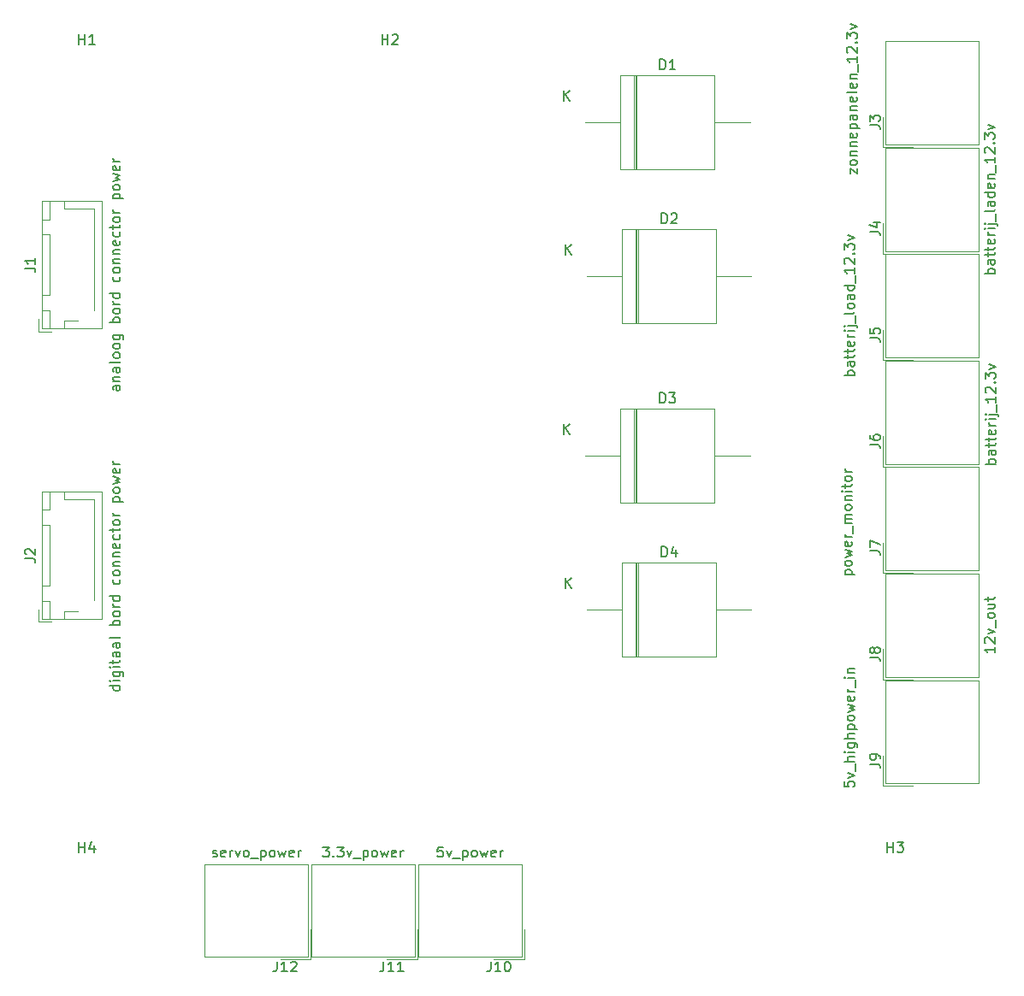
<source format=gbr>
%TF.GenerationSoftware,KiCad,Pcbnew,8.0.3*%
%TF.CreationDate,2024-11-03T20:36:31+01:00*%
%TF.ProjectId,weerstation-power,77656572-7374-4617-9469-6f6e2d706f77,rev?*%
%TF.SameCoordinates,Original*%
%TF.FileFunction,Legend,Top*%
%TF.FilePolarity,Positive*%
%FSLAX46Y46*%
G04 Gerber Fmt 4.6, Leading zero omitted, Abs format (unit mm)*
G04 Created by KiCad (PCBNEW 8.0.3) date 2024-11-03 20:36:31*
%MOMM*%
%LPD*%
G01*
G04 APERTURE LIST*
%ADD10C,0.150000*%
%ADD11C,0.120000*%
G04 APERTURE END LIST*
D10*
X19238095Y-95154819D02*
X19238095Y-94154819D01*
X19238095Y-94631009D02*
X19809523Y-94631009D01*
X19809523Y-95154819D02*
X19809523Y-94154819D01*
X20714285Y-94488152D02*
X20714285Y-95154819D01*
X20476190Y-94107200D02*
X20238095Y-94821485D01*
X20238095Y-94821485D02*
X20857142Y-94821485D01*
X99238095Y-95154819D02*
X99238095Y-94154819D01*
X99238095Y-94631009D02*
X99809523Y-94631009D01*
X99809523Y-95154819D02*
X99809523Y-94154819D01*
X100190476Y-94154819D02*
X100809523Y-94154819D01*
X100809523Y-94154819D02*
X100476190Y-94535771D01*
X100476190Y-94535771D02*
X100619047Y-94535771D01*
X100619047Y-94535771D02*
X100714285Y-94583390D01*
X100714285Y-94583390D02*
X100761904Y-94631009D01*
X100761904Y-94631009D02*
X100809523Y-94726247D01*
X100809523Y-94726247D02*
X100809523Y-94964342D01*
X100809523Y-94964342D02*
X100761904Y-95059580D01*
X100761904Y-95059580D02*
X100714285Y-95107200D01*
X100714285Y-95107200D02*
X100619047Y-95154819D01*
X100619047Y-95154819D02*
X100333333Y-95154819D01*
X100333333Y-95154819D02*
X100238095Y-95107200D01*
X100238095Y-95107200D02*
X100190476Y-95059580D01*
X49238095Y-15154819D02*
X49238095Y-14154819D01*
X49238095Y-14631009D02*
X49809523Y-14631009D01*
X49809523Y-15154819D02*
X49809523Y-14154819D01*
X50238095Y-14250057D02*
X50285714Y-14202438D01*
X50285714Y-14202438D02*
X50380952Y-14154819D01*
X50380952Y-14154819D02*
X50619047Y-14154819D01*
X50619047Y-14154819D02*
X50714285Y-14202438D01*
X50714285Y-14202438D02*
X50761904Y-14250057D01*
X50761904Y-14250057D02*
X50809523Y-14345295D01*
X50809523Y-14345295D02*
X50809523Y-14440533D01*
X50809523Y-14440533D02*
X50761904Y-14583390D01*
X50761904Y-14583390D02*
X50190476Y-15154819D01*
X50190476Y-15154819D02*
X50809523Y-15154819D01*
X19238095Y-15154819D02*
X19238095Y-14154819D01*
X19238095Y-14631009D02*
X19809523Y-14631009D01*
X19809523Y-15154819D02*
X19809523Y-14154819D01*
X20809523Y-15154819D02*
X20238095Y-15154819D01*
X20523809Y-15154819D02*
X20523809Y-14154819D01*
X20523809Y-14154819D02*
X20428571Y-14297676D01*
X20428571Y-14297676D02*
X20333333Y-14392914D01*
X20333333Y-14392914D02*
X20238095Y-14440533D01*
X38843976Y-105977319D02*
X38843976Y-106691604D01*
X38843976Y-106691604D02*
X38796357Y-106834461D01*
X38796357Y-106834461D02*
X38701119Y-106929700D01*
X38701119Y-106929700D02*
X38558262Y-106977319D01*
X38558262Y-106977319D02*
X38463024Y-106977319D01*
X39843976Y-106977319D02*
X39272548Y-106977319D01*
X39558262Y-106977319D02*
X39558262Y-105977319D01*
X39558262Y-105977319D02*
X39463024Y-106120176D01*
X39463024Y-106120176D02*
X39367786Y-106215414D01*
X39367786Y-106215414D02*
X39272548Y-106263033D01*
X40224929Y-106072557D02*
X40272548Y-106024938D01*
X40272548Y-106024938D02*
X40367786Y-105977319D01*
X40367786Y-105977319D02*
X40605881Y-105977319D01*
X40605881Y-105977319D02*
X40701119Y-106024938D01*
X40701119Y-106024938D02*
X40748738Y-106072557D01*
X40748738Y-106072557D02*
X40796357Y-106167795D01*
X40796357Y-106167795D02*
X40796357Y-106263033D01*
X40796357Y-106263033D02*
X40748738Y-106405890D01*
X40748738Y-106405890D02*
X40177310Y-106977319D01*
X40177310Y-106977319D02*
X40796357Y-106977319D01*
X32470166Y-95589700D02*
X32565404Y-95637319D01*
X32565404Y-95637319D02*
X32755880Y-95637319D01*
X32755880Y-95637319D02*
X32851118Y-95589700D01*
X32851118Y-95589700D02*
X32898737Y-95494461D01*
X32898737Y-95494461D02*
X32898737Y-95446842D01*
X32898737Y-95446842D02*
X32851118Y-95351604D01*
X32851118Y-95351604D02*
X32755880Y-95303985D01*
X32755880Y-95303985D02*
X32613023Y-95303985D01*
X32613023Y-95303985D02*
X32517785Y-95256366D01*
X32517785Y-95256366D02*
X32470166Y-95161128D01*
X32470166Y-95161128D02*
X32470166Y-95113509D01*
X32470166Y-95113509D02*
X32517785Y-95018271D01*
X32517785Y-95018271D02*
X32613023Y-94970652D01*
X32613023Y-94970652D02*
X32755880Y-94970652D01*
X32755880Y-94970652D02*
X32851118Y-95018271D01*
X33708261Y-95589700D02*
X33613023Y-95637319D01*
X33613023Y-95637319D02*
X33422547Y-95637319D01*
X33422547Y-95637319D02*
X33327309Y-95589700D01*
X33327309Y-95589700D02*
X33279690Y-95494461D01*
X33279690Y-95494461D02*
X33279690Y-95113509D01*
X33279690Y-95113509D02*
X33327309Y-95018271D01*
X33327309Y-95018271D02*
X33422547Y-94970652D01*
X33422547Y-94970652D02*
X33613023Y-94970652D01*
X33613023Y-94970652D02*
X33708261Y-95018271D01*
X33708261Y-95018271D02*
X33755880Y-95113509D01*
X33755880Y-95113509D02*
X33755880Y-95208747D01*
X33755880Y-95208747D02*
X33279690Y-95303985D01*
X34184452Y-95637319D02*
X34184452Y-94970652D01*
X34184452Y-95161128D02*
X34232071Y-95065890D01*
X34232071Y-95065890D02*
X34279690Y-95018271D01*
X34279690Y-95018271D02*
X34374928Y-94970652D01*
X34374928Y-94970652D02*
X34470166Y-94970652D01*
X34708262Y-94970652D02*
X34946357Y-95637319D01*
X34946357Y-95637319D02*
X35184452Y-94970652D01*
X35708262Y-95637319D02*
X35613024Y-95589700D01*
X35613024Y-95589700D02*
X35565405Y-95542080D01*
X35565405Y-95542080D02*
X35517786Y-95446842D01*
X35517786Y-95446842D02*
X35517786Y-95161128D01*
X35517786Y-95161128D02*
X35565405Y-95065890D01*
X35565405Y-95065890D02*
X35613024Y-95018271D01*
X35613024Y-95018271D02*
X35708262Y-94970652D01*
X35708262Y-94970652D02*
X35851119Y-94970652D01*
X35851119Y-94970652D02*
X35946357Y-95018271D01*
X35946357Y-95018271D02*
X35993976Y-95065890D01*
X35993976Y-95065890D02*
X36041595Y-95161128D01*
X36041595Y-95161128D02*
X36041595Y-95446842D01*
X36041595Y-95446842D02*
X35993976Y-95542080D01*
X35993976Y-95542080D02*
X35946357Y-95589700D01*
X35946357Y-95589700D02*
X35851119Y-95637319D01*
X35851119Y-95637319D02*
X35708262Y-95637319D01*
X36232072Y-95732557D02*
X36993976Y-95732557D01*
X37232072Y-94970652D02*
X37232072Y-95970652D01*
X37232072Y-95018271D02*
X37327310Y-94970652D01*
X37327310Y-94970652D02*
X37517786Y-94970652D01*
X37517786Y-94970652D02*
X37613024Y-95018271D01*
X37613024Y-95018271D02*
X37660643Y-95065890D01*
X37660643Y-95065890D02*
X37708262Y-95161128D01*
X37708262Y-95161128D02*
X37708262Y-95446842D01*
X37708262Y-95446842D02*
X37660643Y-95542080D01*
X37660643Y-95542080D02*
X37613024Y-95589700D01*
X37613024Y-95589700D02*
X37517786Y-95637319D01*
X37517786Y-95637319D02*
X37327310Y-95637319D01*
X37327310Y-95637319D02*
X37232072Y-95589700D01*
X38279691Y-95637319D02*
X38184453Y-95589700D01*
X38184453Y-95589700D02*
X38136834Y-95542080D01*
X38136834Y-95542080D02*
X38089215Y-95446842D01*
X38089215Y-95446842D02*
X38089215Y-95161128D01*
X38089215Y-95161128D02*
X38136834Y-95065890D01*
X38136834Y-95065890D02*
X38184453Y-95018271D01*
X38184453Y-95018271D02*
X38279691Y-94970652D01*
X38279691Y-94970652D02*
X38422548Y-94970652D01*
X38422548Y-94970652D02*
X38517786Y-95018271D01*
X38517786Y-95018271D02*
X38565405Y-95065890D01*
X38565405Y-95065890D02*
X38613024Y-95161128D01*
X38613024Y-95161128D02*
X38613024Y-95446842D01*
X38613024Y-95446842D02*
X38565405Y-95542080D01*
X38565405Y-95542080D02*
X38517786Y-95589700D01*
X38517786Y-95589700D02*
X38422548Y-95637319D01*
X38422548Y-95637319D02*
X38279691Y-95637319D01*
X38946358Y-94970652D02*
X39136834Y-95637319D01*
X39136834Y-95637319D02*
X39327310Y-95161128D01*
X39327310Y-95161128D02*
X39517786Y-95637319D01*
X39517786Y-95637319D02*
X39708262Y-94970652D01*
X40470167Y-95589700D02*
X40374929Y-95637319D01*
X40374929Y-95637319D02*
X40184453Y-95637319D01*
X40184453Y-95637319D02*
X40089215Y-95589700D01*
X40089215Y-95589700D02*
X40041596Y-95494461D01*
X40041596Y-95494461D02*
X40041596Y-95113509D01*
X40041596Y-95113509D02*
X40089215Y-95018271D01*
X40089215Y-95018271D02*
X40184453Y-94970652D01*
X40184453Y-94970652D02*
X40374929Y-94970652D01*
X40374929Y-94970652D02*
X40470167Y-95018271D01*
X40470167Y-95018271D02*
X40517786Y-95113509D01*
X40517786Y-95113509D02*
X40517786Y-95208747D01*
X40517786Y-95208747D02*
X40041596Y-95303985D01*
X40946358Y-95637319D02*
X40946358Y-94970652D01*
X40946358Y-95161128D02*
X40993977Y-95065890D01*
X40993977Y-95065890D02*
X41041596Y-95018271D01*
X41041596Y-95018271D02*
X41136834Y-94970652D01*
X41136834Y-94970652D02*
X41232072Y-94970652D01*
X13904819Y-37333333D02*
X14619104Y-37333333D01*
X14619104Y-37333333D02*
X14761961Y-37380952D01*
X14761961Y-37380952D02*
X14857200Y-37476190D01*
X14857200Y-37476190D02*
X14904819Y-37619047D01*
X14904819Y-37619047D02*
X14904819Y-37714285D01*
X14904819Y-36333333D02*
X14904819Y-36904761D01*
X14904819Y-36619047D02*
X13904819Y-36619047D01*
X13904819Y-36619047D02*
X14047676Y-36714285D01*
X14047676Y-36714285D02*
X14142914Y-36809523D01*
X14142914Y-36809523D02*
X14190533Y-36904761D01*
X23280819Y-48972192D02*
X22757009Y-48972192D01*
X22757009Y-48972192D02*
X22661771Y-49019811D01*
X22661771Y-49019811D02*
X22614152Y-49115049D01*
X22614152Y-49115049D02*
X22614152Y-49305525D01*
X22614152Y-49305525D02*
X22661771Y-49400763D01*
X23233200Y-48972192D02*
X23280819Y-49067430D01*
X23280819Y-49067430D02*
X23280819Y-49305525D01*
X23280819Y-49305525D02*
X23233200Y-49400763D01*
X23233200Y-49400763D02*
X23137961Y-49448382D01*
X23137961Y-49448382D02*
X23042723Y-49448382D01*
X23042723Y-49448382D02*
X22947485Y-49400763D01*
X22947485Y-49400763D02*
X22899866Y-49305525D01*
X22899866Y-49305525D02*
X22899866Y-49067430D01*
X22899866Y-49067430D02*
X22852247Y-48972192D01*
X22614152Y-48496001D02*
X23280819Y-48496001D01*
X22709390Y-48496001D02*
X22661771Y-48448382D01*
X22661771Y-48448382D02*
X22614152Y-48353144D01*
X22614152Y-48353144D02*
X22614152Y-48210287D01*
X22614152Y-48210287D02*
X22661771Y-48115049D01*
X22661771Y-48115049D02*
X22757009Y-48067430D01*
X22757009Y-48067430D02*
X23280819Y-48067430D01*
X23280819Y-47162668D02*
X22757009Y-47162668D01*
X22757009Y-47162668D02*
X22661771Y-47210287D01*
X22661771Y-47210287D02*
X22614152Y-47305525D01*
X22614152Y-47305525D02*
X22614152Y-47496001D01*
X22614152Y-47496001D02*
X22661771Y-47591239D01*
X23233200Y-47162668D02*
X23280819Y-47257906D01*
X23280819Y-47257906D02*
X23280819Y-47496001D01*
X23280819Y-47496001D02*
X23233200Y-47591239D01*
X23233200Y-47591239D02*
X23137961Y-47638858D01*
X23137961Y-47638858D02*
X23042723Y-47638858D01*
X23042723Y-47638858D02*
X22947485Y-47591239D01*
X22947485Y-47591239D02*
X22899866Y-47496001D01*
X22899866Y-47496001D02*
X22899866Y-47257906D01*
X22899866Y-47257906D02*
X22852247Y-47162668D01*
X23280819Y-46543620D02*
X23233200Y-46638858D01*
X23233200Y-46638858D02*
X23137961Y-46686477D01*
X23137961Y-46686477D02*
X22280819Y-46686477D01*
X23280819Y-46019810D02*
X23233200Y-46115048D01*
X23233200Y-46115048D02*
X23185580Y-46162667D01*
X23185580Y-46162667D02*
X23090342Y-46210286D01*
X23090342Y-46210286D02*
X22804628Y-46210286D01*
X22804628Y-46210286D02*
X22709390Y-46162667D01*
X22709390Y-46162667D02*
X22661771Y-46115048D01*
X22661771Y-46115048D02*
X22614152Y-46019810D01*
X22614152Y-46019810D02*
X22614152Y-45876953D01*
X22614152Y-45876953D02*
X22661771Y-45781715D01*
X22661771Y-45781715D02*
X22709390Y-45734096D01*
X22709390Y-45734096D02*
X22804628Y-45686477D01*
X22804628Y-45686477D02*
X23090342Y-45686477D01*
X23090342Y-45686477D02*
X23185580Y-45734096D01*
X23185580Y-45734096D02*
X23233200Y-45781715D01*
X23233200Y-45781715D02*
X23280819Y-45876953D01*
X23280819Y-45876953D02*
X23280819Y-46019810D01*
X23280819Y-45115048D02*
X23233200Y-45210286D01*
X23233200Y-45210286D02*
X23185580Y-45257905D01*
X23185580Y-45257905D02*
X23090342Y-45305524D01*
X23090342Y-45305524D02*
X22804628Y-45305524D01*
X22804628Y-45305524D02*
X22709390Y-45257905D01*
X22709390Y-45257905D02*
X22661771Y-45210286D01*
X22661771Y-45210286D02*
X22614152Y-45115048D01*
X22614152Y-45115048D02*
X22614152Y-44972191D01*
X22614152Y-44972191D02*
X22661771Y-44876953D01*
X22661771Y-44876953D02*
X22709390Y-44829334D01*
X22709390Y-44829334D02*
X22804628Y-44781715D01*
X22804628Y-44781715D02*
X23090342Y-44781715D01*
X23090342Y-44781715D02*
X23185580Y-44829334D01*
X23185580Y-44829334D02*
X23233200Y-44876953D01*
X23233200Y-44876953D02*
X23280819Y-44972191D01*
X23280819Y-44972191D02*
X23280819Y-45115048D01*
X22614152Y-43924572D02*
X23423676Y-43924572D01*
X23423676Y-43924572D02*
X23518914Y-43972191D01*
X23518914Y-43972191D02*
X23566533Y-44019810D01*
X23566533Y-44019810D02*
X23614152Y-44115048D01*
X23614152Y-44115048D02*
X23614152Y-44257905D01*
X23614152Y-44257905D02*
X23566533Y-44353143D01*
X23233200Y-43924572D02*
X23280819Y-44019810D01*
X23280819Y-44019810D02*
X23280819Y-44210286D01*
X23280819Y-44210286D02*
X23233200Y-44305524D01*
X23233200Y-44305524D02*
X23185580Y-44353143D01*
X23185580Y-44353143D02*
X23090342Y-44400762D01*
X23090342Y-44400762D02*
X22804628Y-44400762D01*
X22804628Y-44400762D02*
X22709390Y-44353143D01*
X22709390Y-44353143D02*
X22661771Y-44305524D01*
X22661771Y-44305524D02*
X22614152Y-44210286D01*
X22614152Y-44210286D02*
X22614152Y-44019810D01*
X22614152Y-44019810D02*
X22661771Y-43924572D01*
X23280819Y-42686476D02*
X22280819Y-42686476D01*
X22661771Y-42686476D02*
X22614152Y-42591238D01*
X22614152Y-42591238D02*
X22614152Y-42400762D01*
X22614152Y-42400762D02*
X22661771Y-42305524D01*
X22661771Y-42305524D02*
X22709390Y-42257905D01*
X22709390Y-42257905D02*
X22804628Y-42210286D01*
X22804628Y-42210286D02*
X23090342Y-42210286D01*
X23090342Y-42210286D02*
X23185580Y-42257905D01*
X23185580Y-42257905D02*
X23233200Y-42305524D01*
X23233200Y-42305524D02*
X23280819Y-42400762D01*
X23280819Y-42400762D02*
X23280819Y-42591238D01*
X23280819Y-42591238D02*
X23233200Y-42686476D01*
X23280819Y-41638857D02*
X23233200Y-41734095D01*
X23233200Y-41734095D02*
X23185580Y-41781714D01*
X23185580Y-41781714D02*
X23090342Y-41829333D01*
X23090342Y-41829333D02*
X22804628Y-41829333D01*
X22804628Y-41829333D02*
X22709390Y-41781714D01*
X22709390Y-41781714D02*
X22661771Y-41734095D01*
X22661771Y-41734095D02*
X22614152Y-41638857D01*
X22614152Y-41638857D02*
X22614152Y-41496000D01*
X22614152Y-41496000D02*
X22661771Y-41400762D01*
X22661771Y-41400762D02*
X22709390Y-41353143D01*
X22709390Y-41353143D02*
X22804628Y-41305524D01*
X22804628Y-41305524D02*
X23090342Y-41305524D01*
X23090342Y-41305524D02*
X23185580Y-41353143D01*
X23185580Y-41353143D02*
X23233200Y-41400762D01*
X23233200Y-41400762D02*
X23280819Y-41496000D01*
X23280819Y-41496000D02*
X23280819Y-41638857D01*
X23280819Y-40876952D02*
X22614152Y-40876952D01*
X22804628Y-40876952D02*
X22709390Y-40829333D01*
X22709390Y-40829333D02*
X22661771Y-40781714D01*
X22661771Y-40781714D02*
X22614152Y-40686476D01*
X22614152Y-40686476D02*
X22614152Y-40591238D01*
X23280819Y-39829333D02*
X22280819Y-39829333D01*
X23233200Y-39829333D02*
X23280819Y-39924571D01*
X23280819Y-39924571D02*
X23280819Y-40115047D01*
X23280819Y-40115047D02*
X23233200Y-40210285D01*
X23233200Y-40210285D02*
X23185580Y-40257904D01*
X23185580Y-40257904D02*
X23090342Y-40305523D01*
X23090342Y-40305523D02*
X22804628Y-40305523D01*
X22804628Y-40305523D02*
X22709390Y-40257904D01*
X22709390Y-40257904D02*
X22661771Y-40210285D01*
X22661771Y-40210285D02*
X22614152Y-40115047D01*
X22614152Y-40115047D02*
X22614152Y-39924571D01*
X22614152Y-39924571D02*
X22661771Y-39829333D01*
X23233200Y-38162666D02*
X23280819Y-38257904D01*
X23280819Y-38257904D02*
X23280819Y-38448380D01*
X23280819Y-38448380D02*
X23233200Y-38543618D01*
X23233200Y-38543618D02*
X23185580Y-38591237D01*
X23185580Y-38591237D02*
X23090342Y-38638856D01*
X23090342Y-38638856D02*
X22804628Y-38638856D01*
X22804628Y-38638856D02*
X22709390Y-38591237D01*
X22709390Y-38591237D02*
X22661771Y-38543618D01*
X22661771Y-38543618D02*
X22614152Y-38448380D01*
X22614152Y-38448380D02*
X22614152Y-38257904D01*
X22614152Y-38257904D02*
X22661771Y-38162666D01*
X23280819Y-37591237D02*
X23233200Y-37686475D01*
X23233200Y-37686475D02*
X23185580Y-37734094D01*
X23185580Y-37734094D02*
X23090342Y-37781713D01*
X23090342Y-37781713D02*
X22804628Y-37781713D01*
X22804628Y-37781713D02*
X22709390Y-37734094D01*
X22709390Y-37734094D02*
X22661771Y-37686475D01*
X22661771Y-37686475D02*
X22614152Y-37591237D01*
X22614152Y-37591237D02*
X22614152Y-37448380D01*
X22614152Y-37448380D02*
X22661771Y-37353142D01*
X22661771Y-37353142D02*
X22709390Y-37305523D01*
X22709390Y-37305523D02*
X22804628Y-37257904D01*
X22804628Y-37257904D02*
X23090342Y-37257904D01*
X23090342Y-37257904D02*
X23185580Y-37305523D01*
X23185580Y-37305523D02*
X23233200Y-37353142D01*
X23233200Y-37353142D02*
X23280819Y-37448380D01*
X23280819Y-37448380D02*
X23280819Y-37591237D01*
X22614152Y-36829332D02*
X23280819Y-36829332D01*
X22709390Y-36829332D02*
X22661771Y-36781713D01*
X22661771Y-36781713D02*
X22614152Y-36686475D01*
X22614152Y-36686475D02*
X22614152Y-36543618D01*
X22614152Y-36543618D02*
X22661771Y-36448380D01*
X22661771Y-36448380D02*
X22757009Y-36400761D01*
X22757009Y-36400761D02*
X23280819Y-36400761D01*
X22614152Y-35924570D02*
X23280819Y-35924570D01*
X22709390Y-35924570D02*
X22661771Y-35876951D01*
X22661771Y-35876951D02*
X22614152Y-35781713D01*
X22614152Y-35781713D02*
X22614152Y-35638856D01*
X22614152Y-35638856D02*
X22661771Y-35543618D01*
X22661771Y-35543618D02*
X22757009Y-35495999D01*
X22757009Y-35495999D02*
X23280819Y-35495999D01*
X23233200Y-34638856D02*
X23280819Y-34734094D01*
X23280819Y-34734094D02*
X23280819Y-34924570D01*
X23280819Y-34924570D02*
X23233200Y-35019808D01*
X23233200Y-35019808D02*
X23137961Y-35067427D01*
X23137961Y-35067427D02*
X22757009Y-35067427D01*
X22757009Y-35067427D02*
X22661771Y-35019808D01*
X22661771Y-35019808D02*
X22614152Y-34924570D01*
X22614152Y-34924570D02*
X22614152Y-34734094D01*
X22614152Y-34734094D02*
X22661771Y-34638856D01*
X22661771Y-34638856D02*
X22757009Y-34591237D01*
X22757009Y-34591237D02*
X22852247Y-34591237D01*
X22852247Y-34591237D02*
X22947485Y-35067427D01*
X23233200Y-33734094D02*
X23280819Y-33829332D01*
X23280819Y-33829332D02*
X23280819Y-34019808D01*
X23280819Y-34019808D02*
X23233200Y-34115046D01*
X23233200Y-34115046D02*
X23185580Y-34162665D01*
X23185580Y-34162665D02*
X23090342Y-34210284D01*
X23090342Y-34210284D02*
X22804628Y-34210284D01*
X22804628Y-34210284D02*
X22709390Y-34162665D01*
X22709390Y-34162665D02*
X22661771Y-34115046D01*
X22661771Y-34115046D02*
X22614152Y-34019808D01*
X22614152Y-34019808D02*
X22614152Y-33829332D01*
X22614152Y-33829332D02*
X22661771Y-33734094D01*
X22614152Y-33448379D02*
X22614152Y-33067427D01*
X22280819Y-33305522D02*
X23137961Y-33305522D01*
X23137961Y-33305522D02*
X23233200Y-33257903D01*
X23233200Y-33257903D02*
X23280819Y-33162665D01*
X23280819Y-33162665D02*
X23280819Y-33067427D01*
X23280819Y-32591236D02*
X23233200Y-32686474D01*
X23233200Y-32686474D02*
X23185580Y-32734093D01*
X23185580Y-32734093D02*
X23090342Y-32781712D01*
X23090342Y-32781712D02*
X22804628Y-32781712D01*
X22804628Y-32781712D02*
X22709390Y-32734093D01*
X22709390Y-32734093D02*
X22661771Y-32686474D01*
X22661771Y-32686474D02*
X22614152Y-32591236D01*
X22614152Y-32591236D02*
X22614152Y-32448379D01*
X22614152Y-32448379D02*
X22661771Y-32353141D01*
X22661771Y-32353141D02*
X22709390Y-32305522D01*
X22709390Y-32305522D02*
X22804628Y-32257903D01*
X22804628Y-32257903D02*
X23090342Y-32257903D01*
X23090342Y-32257903D02*
X23185580Y-32305522D01*
X23185580Y-32305522D02*
X23233200Y-32353141D01*
X23233200Y-32353141D02*
X23280819Y-32448379D01*
X23280819Y-32448379D02*
X23280819Y-32591236D01*
X23280819Y-31829331D02*
X22614152Y-31829331D01*
X22804628Y-31829331D02*
X22709390Y-31781712D01*
X22709390Y-31781712D02*
X22661771Y-31734093D01*
X22661771Y-31734093D02*
X22614152Y-31638855D01*
X22614152Y-31638855D02*
X22614152Y-31543617D01*
X22614152Y-30448378D02*
X23614152Y-30448378D01*
X22661771Y-30448378D02*
X22614152Y-30353140D01*
X22614152Y-30353140D02*
X22614152Y-30162664D01*
X22614152Y-30162664D02*
X22661771Y-30067426D01*
X22661771Y-30067426D02*
X22709390Y-30019807D01*
X22709390Y-30019807D02*
X22804628Y-29972188D01*
X22804628Y-29972188D02*
X23090342Y-29972188D01*
X23090342Y-29972188D02*
X23185580Y-30019807D01*
X23185580Y-30019807D02*
X23233200Y-30067426D01*
X23233200Y-30067426D02*
X23280819Y-30162664D01*
X23280819Y-30162664D02*
X23280819Y-30353140D01*
X23280819Y-30353140D02*
X23233200Y-30448378D01*
X23280819Y-29400759D02*
X23233200Y-29495997D01*
X23233200Y-29495997D02*
X23185580Y-29543616D01*
X23185580Y-29543616D02*
X23090342Y-29591235D01*
X23090342Y-29591235D02*
X22804628Y-29591235D01*
X22804628Y-29591235D02*
X22709390Y-29543616D01*
X22709390Y-29543616D02*
X22661771Y-29495997D01*
X22661771Y-29495997D02*
X22614152Y-29400759D01*
X22614152Y-29400759D02*
X22614152Y-29257902D01*
X22614152Y-29257902D02*
X22661771Y-29162664D01*
X22661771Y-29162664D02*
X22709390Y-29115045D01*
X22709390Y-29115045D02*
X22804628Y-29067426D01*
X22804628Y-29067426D02*
X23090342Y-29067426D01*
X23090342Y-29067426D02*
X23185580Y-29115045D01*
X23185580Y-29115045D02*
X23233200Y-29162664D01*
X23233200Y-29162664D02*
X23280819Y-29257902D01*
X23280819Y-29257902D02*
X23280819Y-29400759D01*
X22614152Y-28734092D02*
X23280819Y-28543616D01*
X23280819Y-28543616D02*
X22804628Y-28353140D01*
X22804628Y-28353140D02*
X23280819Y-28162664D01*
X23280819Y-28162664D02*
X22614152Y-27972188D01*
X23233200Y-27210283D02*
X23280819Y-27305521D01*
X23280819Y-27305521D02*
X23280819Y-27495997D01*
X23280819Y-27495997D02*
X23233200Y-27591235D01*
X23233200Y-27591235D02*
X23137961Y-27638854D01*
X23137961Y-27638854D02*
X22757009Y-27638854D01*
X22757009Y-27638854D02*
X22661771Y-27591235D01*
X22661771Y-27591235D02*
X22614152Y-27495997D01*
X22614152Y-27495997D02*
X22614152Y-27305521D01*
X22614152Y-27305521D02*
X22661771Y-27210283D01*
X22661771Y-27210283D02*
X22757009Y-27162664D01*
X22757009Y-27162664D02*
X22852247Y-27162664D01*
X22852247Y-27162664D02*
X22947485Y-27638854D01*
X23280819Y-26734092D02*
X22614152Y-26734092D01*
X22804628Y-26734092D02*
X22709390Y-26686473D01*
X22709390Y-26686473D02*
X22661771Y-26638854D01*
X22661771Y-26638854D02*
X22614152Y-26543616D01*
X22614152Y-26543616D02*
X22614152Y-26448378D01*
X76891905Y-32884819D02*
X76891905Y-31884819D01*
X76891905Y-31884819D02*
X77130000Y-31884819D01*
X77130000Y-31884819D02*
X77272857Y-31932438D01*
X77272857Y-31932438D02*
X77368095Y-32027676D01*
X77368095Y-32027676D02*
X77415714Y-32122914D01*
X77415714Y-32122914D02*
X77463333Y-32313390D01*
X77463333Y-32313390D02*
X77463333Y-32456247D01*
X77463333Y-32456247D02*
X77415714Y-32646723D01*
X77415714Y-32646723D02*
X77368095Y-32741961D01*
X77368095Y-32741961D02*
X77272857Y-32837200D01*
X77272857Y-32837200D02*
X77130000Y-32884819D01*
X77130000Y-32884819D02*
X76891905Y-32884819D01*
X77844286Y-31980057D02*
X77891905Y-31932438D01*
X77891905Y-31932438D02*
X77987143Y-31884819D01*
X77987143Y-31884819D02*
X78225238Y-31884819D01*
X78225238Y-31884819D02*
X78320476Y-31932438D01*
X78320476Y-31932438D02*
X78368095Y-31980057D01*
X78368095Y-31980057D02*
X78415714Y-32075295D01*
X78415714Y-32075295D02*
X78415714Y-32170533D01*
X78415714Y-32170533D02*
X78368095Y-32313390D01*
X78368095Y-32313390D02*
X77796667Y-32884819D01*
X77796667Y-32884819D02*
X78415714Y-32884819D01*
X67368095Y-35954819D02*
X67368095Y-34954819D01*
X67939523Y-35954819D02*
X67510952Y-35383390D01*
X67939523Y-34954819D02*
X67368095Y-35526247D01*
X59972976Y-105977319D02*
X59972976Y-106691604D01*
X59972976Y-106691604D02*
X59925357Y-106834461D01*
X59925357Y-106834461D02*
X59830119Y-106929700D01*
X59830119Y-106929700D02*
X59687262Y-106977319D01*
X59687262Y-106977319D02*
X59592024Y-106977319D01*
X60972976Y-106977319D02*
X60401548Y-106977319D01*
X60687262Y-106977319D02*
X60687262Y-105977319D01*
X60687262Y-105977319D02*
X60592024Y-106120176D01*
X60592024Y-106120176D02*
X60496786Y-106215414D01*
X60496786Y-106215414D02*
X60401548Y-106263033D01*
X61592024Y-105977319D02*
X61687262Y-105977319D01*
X61687262Y-105977319D02*
X61782500Y-106024938D01*
X61782500Y-106024938D02*
X61830119Y-106072557D01*
X61830119Y-106072557D02*
X61877738Y-106167795D01*
X61877738Y-106167795D02*
X61925357Y-106358271D01*
X61925357Y-106358271D02*
X61925357Y-106596366D01*
X61925357Y-106596366D02*
X61877738Y-106786842D01*
X61877738Y-106786842D02*
X61830119Y-106882080D01*
X61830119Y-106882080D02*
X61782500Y-106929700D01*
X61782500Y-106929700D02*
X61687262Y-106977319D01*
X61687262Y-106977319D02*
X61592024Y-106977319D01*
X61592024Y-106977319D02*
X61496786Y-106929700D01*
X61496786Y-106929700D02*
X61449167Y-106882080D01*
X61449167Y-106882080D02*
X61401548Y-106786842D01*
X61401548Y-106786842D02*
X61353929Y-106596366D01*
X61353929Y-106596366D02*
X61353929Y-106358271D01*
X61353929Y-106358271D02*
X61401548Y-106167795D01*
X61401548Y-106167795D02*
X61449167Y-106072557D01*
X61449167Y-106072557D02*
X61496786Y-106024938D01*
X61496786Y-106024938D02*
X61592024Y-105977319D01*
X55242023Y-94637319D02*
X54765833Y-94637319D01*
X54765833Y-94637319D02*
X54718214Y-95113509D01*
X54718214Y-95113509D02*
X54765833Y-95065890D01*
X54765833Y-95065890D02*
X54861071Y-95018271D01*
X54861071Y-95018271D02*
X55099166Y-95018271D01*
X55099166Y-95018271D02*
X55194404Y-95065890D01*
X55194404Y-95065890D02*
X55242023Y-95113509D01*
X55242023Y-95113509D02*
X55289642Y-95208747D01*
X55289642Y-95208747D02*
X55289642Y-95446842D01*
X55289642Y-95446842D02*
X55242023Y-95542080D01*
X55242023Y-95542080D02*
X55194404Y-95589700D01*
X55194404Y-95589700D02*
X55099166Y-95637319D01*
X55099166Y-95637319D02*
X54861071Y-95637319D01*
X54861071Y-95637319D02*
X54765833Y-95589700D01*
X54765833Y-95589700D02*
X54718214Y-95542080D01*
X55622976Y-94970652D02*
X55861071Y-95637319D01*
X55861071Y-95637319D02*
X56099166Y-94970652D01*
X56242024Y-95732557D02*
X57003928Y-95732557D01*
X57242024Y-94970652D02*
X57242024Y-95970652D01*
X57242024Y-95018271D02*
X57337262Y-94970652D01*
X57337262Y-94970652D02*
X57527738Y-94970652D01*
X57527738Y-94970652D02*
X57622976Y-95018271D01*
X57622976Y-95018271D02*
X57670595Y-95065890D01*
X57670595Y-95065890D02*
X57718214Y-95161128D01*
X57718214Y-95161128D02*
X57718214Y-95446842D01*
X57718214Y-95446842D02*
X57670595Y-95542080D01*
X57670595Y-95542080D02*
X57622976Y-95589700D01*
X57622976Y-95589700D02*
X57527738Y-95637319D01*
X57527738Y-95637319D02*
X57337262Y-95637319D01*
X57337262Y-95637319D02*
X57242024Y-95589700D01*
X58289643Y-95637319D02*
X58194405Y-95589700D01*
X58194405Y-95589700D02*
X58146786Y-95542080D01*
X58146786Y-95542080D02*
X58099167Y-95446842D01*
X58099167Y-95446842D02*
X58099167Y-95161128D01*
X58099167Y-95161128D02*
X58146786Y-95065890D01*
X58146786Y-95065890D02*
X58194405Y-95018271D01*
X58194405Y-95018271D02*
X58289643Y-94970652D01*
X58289643Y-94970652D02*
X58432500Y-94970652D01*
X58432500Y-94970652D02*
X58527738Y-95018271D01*
X58527738Y-95018271D02*
X58575357Y-95065890D01*
X58575357Y-95065890D02*
X58622976Y-95161128D01*
X58622976Y-95161128D02*
X58622976Y-95446842D01*
X58622976Y-95446842D02*
X58575357Y-95542080D01*
X58575357Y-95542080D02*
X58527738Y-95589700D01*
X58527738Y-95589700D02*
X58432500Y-95637319D01*
X58432500Y-95637319D02*
X58289643Y-95637319D01*
X58956310Y-94970652D02*
X59146786Y-95637319D01*
X59146786Y-95637319D02*
X59337262Y-95161128D01*
X59337262Y-95161128D02*
X59527738Y-95637319D01*
X59527738Y-95637319D02*
X59718214Y-94970652D01*
X60480119Y-95589700D02*
X60384881Y-95637319D01*
X60384881Y-95637319D02*
X60194405Y-95637319D01*
X60194405Y-95637319D02*
X60099167Y-95589700D01*
X60099167Y-95589700D02*
X60051548Y-95494461D01*
X60051548Y-95494461D02*
X60051548Y-95113509D01*
X60051548Y-95113509D02*
X60099167Y-95018271D01*
X60099167Y-95018271D02*
X60194405Y-94970652D01*
X60194405Y-94970652D02*
X60384881Y-94970652D01*
X60384881Y-94970652D02*
X60480119Y-95018271D01*
X60480119Y-95018271D02*
X60527738Y-95113509D01*
X60527738Y-95113509D02*
X60527738Y-95208747D01*
X60527738Y-95208747D02*
X60051548Y-95303985D01*
X60956310Y-95637319D02*
X60956310Y-94970652D01*
X60956310Y-95161128D02*
X61003929Y-95065890D01*
X61003929Y-95065890D02*
X61051548Y-95018271D01*
X61051548Y-95018271D02*
X61146786Y-94970652D01*
X61146786Y-94970652D02*
X61242024Y-94970652D01*
X97504819Y-44244333D02*
X98219104Y-44244333D01*
X98219104Y-44244333D02*
X98361961Y-44291952D01*
X98361961Y-44291952D02*
X98457200Y-44387190D01*
X98457200Y-44387190D02*
X98504819Y-44530047D01*
X98504819Y-44530047D02*
X98504819Y-44625285D01*
X97504819Y-43291952D02*
X97504819Y-43768142D01*
X97504819Y-43768142D02*
X97981009Y-43815761D01*
X97981009Y-43815761D02*
X97933390Y-43768142D01*
X97933390Y-43768142D02*
X97885771Y-43672904D01*
X97885771Y-43672904D02*
X97885771Y-43434809D01*
X97885771Y-43434809D02*
X97933390Y-43339571D01*
X97933390Y-43339571D02*
X97981009Y-43291952D01*
X97981009Y-43291952D02*
X98076247Y-43244333D01*
X98076247Y-43244333D02*
X98314342Y-43244333D01*
X98314342Y-43244333D02*
X98409580Y-43291952D01*
X98409580Y-43291952D02*
X98457200Y-43339571D01*
X98457200Y-43339571D02*
X98504819Y-43434809D01*
X98504819Y-43434809D02*
X98504819Y-43672904D01*
X98504819Y-43672904D02*
X98457200Y-43768142D01*
X98457200Y-43768142D02*
X98409580Y-43815761D01*
X95958819Y-47941952D02*
X94958819Y-47941952D01*
X95339771Y-47941952D02*
X95292152Y-47846714D01*
X95292152Y-47846714D02*
X95292152Y-47656238D01*
X95292152Y-47656238D02*
X95339771Y-47561000D01*
X95339771Y-47561000D02*
X95387390Y-47513381D01*
X95387390Y-47513381D02*
X95482628Y-47465762D01*
X95482628Y-47465762D02*
X95768342Y-47465762D01*
X95768342Y-47465762D02*
X95863580Y-47513381D01*
X95863580Y-47513381D02*
X95911200Y-47561000D01*
X95911200Y-47561000D02*
X95958819Y-47656238D01*
X95958819Y-47656238D02*
X95958819Y-47846714D01*
X95958819Y-47846714D02*
X95911200Y-47941952D01*
X95958819Y-46608619D02*
X95435009Y-46608619D01*
X95435009Y-46608619D02*
X95339771Y-46656238D01*
X95339771Y-46656238D02*
X95292152Y-46751476D01*
X95292152Y-46751476D02*
X95292152Y-46941952D01*
X95292152Y-46941952D02*
X95339771Y-47037190D01*
X95911200Y-46608619D02*
X95958819Y-46703857D01*
X95958819Y-46703857D02*
X95958819Y-46941952D01*
X95958819Y-46941952D02*
X95911200Y-47037190D01*
X95911200Y-47037190D02*
X95815961Y-47084809D01*
X95815961Y-47084809D02*
X95720723Y-47084809D01*
X95720723Y-47084809D02*
X95625485Y-47037190D01*
X95625485Y-47037190D02*
X95577866Y-46941952D01*
X95577866Y-46941952D02*
X95577866Y-46703857D01*
X95577866Y-46703857D02*
X95530247Y-46608619D01*
X95292152Y-46275285D02*
X95292152Y-45894333D01*
X94958819Y-46132428D02*
X95815961Y-46132428D01*
X95815961Y-46132428D02*
X95911200Y-46084809D01*
X95911200Y-46084809D02*
X95958819Y-45989571D01*
X95958819Y-45989571D02*
X95958819Y-45894333D01*
X95292152Y-45703856D02*
X95292152Y-45322904D01*
X94958819Y-45560999D02*
X95815961Y-45560999D01*
X95815961Y-45560999D02*
X95911200Y-45513380D01*
X95911200Y-45513380D02*
X95958819Y-45418142D01*
X95958819Y-45418142D02*
X95958819Y-45322904D01*
X95911200Y-44608618D02*
X95958819Y-44703856D01*
X95958819Y-44703856D02*
X95958819Y-44894332D01*
X95958819Y-44894332D02*
X95911200Y-44989570D01*
X95911200Y-44989570D02*
X95815961Y-45037189D01*
X95815961Y-45037189D02*
X95435009Y-45037189D01*
X95435009Y-45037189D02*
X95339771Y-44989570D01*
X95339771Y-44989570D02*
X95292152Y-44894332D01*
X95292152Y-44894332D02*
X95292152Y-44703856D01*
X95292152Y-44703856D02*
X95339771Y-44608618D01*
X95339771Y-44608618D02*
X95435009Y-44560999D01*
X95435009Y-44560999D02*
X95530247Y-44560999D01*
X95530247Y-44560999D02*
X95625485Y-45037189D01*
X95958819Y-44132427D02*
X95292152Y-44132427D01*
X95482628Y-44132427D02*
X95387390Y-44084808D01*
X95387390Y-44084808D02*
X95339771Y-44037189D01*
X95339771Y-44037189D02*
X95292152Y-43941951D01*
X95292152Y-43941951D02*
X95292152Y-43846713D01*
X95958819Y-43513379D02*
X95292152Y-43513379D01*
X94958819Y-43513379D02*
X95006438Y-43560998D01*
X95006438Y-43560998D02*
X95054057Y-43513379D01*
X95054057Y-43513379D02*
X95006438Y-43465760D01*
X95006438Y-43465760D02*
X94958819Y-43513379D01*
X94958819Y-43513379D02*
X95054057Y-43513379D01*
X95292152Y-43037189D02*
X96149295Y-43037189D01*
X96149295Y-43037189D02*
X96244533Y-43084808D01*
X96244533Y-43084808D02*
X96292152Y-43180046D01*
X96292152Y-43180046D02*
X96292152Y-43227665D01*
X94958819Y-43037189D02*
X95006438Y-43084808D01*
X95006438Y-43084808D02*
X95054057Y-43037189D01*
X95054057Y-43037189D02*
X95006438Y-42989570D01*
X95006438Y-42989570D02*
X94958819Y-43037189D01*
X94958819Y-43037189D02*
X95054057Y-43037189D01*
X96054057Y-42799095D02*
X96054057Y-42037190D01*
X95958819Y-41656237D02*
X95911200Y-41751475D01*
X95911200Y-41751475D02*
X95815961Y-41799094D01*
X95815961Y-41799094D02*
X94958819Y-41799094D01*
X95958819Y-41132427D02*
X95911200Y-41227665D01*
X95911200Y-41227665D02*
X95863580Y-41275284D01*
X95863580Y-41275284D02*
X95768342Y-41322903D01*
X95768342Y-41322903D02*
X95482628Y-41322903D01*
X95482628Y-41322903D02*
X95387390Y-41275284D01*
X95387390Y-41275284D02*
X95339771Y-41227665D01*
X95339771Y-41227665D02*
X95292152Y-41132427D01*
X95292152Y-41132427D02*
X95292152Y-40989570D01*
X95292152Y-40989570D02*
X95339771Y-40894332D01*
X95339771Y-40894332D02*
X95387390Y-40846713D01*
X95387390Y-40846713D02*
X95482628Y-40799094D01*
X95482628Y-40799094D02*
X95768342Y-40799094D01*
X95768342Y-40799094D02*
X95863580Y-40846713D01*
X95863580Y-40846713D02*
X95911200Y-40894332D01*
X95911200Y-40894332D02*
X95958819Y-40989570D01*
X95958819Y-40989570D02*
X95958819Y-41132427D01*
X95958819Y-39941951D02*
X95435009Y-39941951D01*
X95435009Y-39941951D02*
X95339771Y-39989570D01*
X95339771Y-39989570D02*
X95292152Y-40084808D01*
X95292152Y-40084808D02*
X95292152Y-40275284D01*
X95292152Y-40275284D02*
X95339771Y-40370522D01*
X95911200Y-39941951D02*
X95958819Y-40037189D01*
X95958819Y-40037189D02*
X95958819Y-40275284D01*
X95958819Y-40275284D02*
X95911200Y-40370522D01*
X95911200Y-40370522D02*
X95815961Y-40418141D01*
X95815961Y-40418141D02*
X95720723Y-40418141D01*
X95720723Y-40418141D02*
X95625485Y-40370522D01*
X95625485Y-40370522D02*
X95577866Y-40275284D01*
X95577866Y-40275284D02*
X95577866Y-40037189D01*
X95577866Y-40037189D02*
X95530247Y-39941951D01*
X95958819Y-39037189D02*
X94958819Y-39037189D01*
X95911200Y-39037189D02*
X95958819Y-39132427D01*
X95958819Y-39132427D02*
X95958819Y-39322903D01*
X95958819Y-39322903D02*
X95911200Y-39418141D01*
X95911200Y-39418141D02*
X95863580Y-39465760D01*
X95863580Y-39465760D02*
X95768342Y-39513379D01*
X95768342Y-39513379D02*
X95482628Y-39513379D01*
X95482628Y-39513379D02*
X95387390Y-39465760D01*
X95387390Y-39465760D02*
X95339771Y-39418141D01*
X95339771Y-39418141D02*
X95292152Y-39322903D01*
X95292152Y-39322903D02*
X95292152Y-39132427D01*
X95292152Y-39132427D02*
X95339771Y-39037189D01*
X96054057Y-38799094D02*
X96054057Y-38037189D01*
X95958819Y-37275284D02*
X95958819Y-37846712D01*
X95958819Y-37560998D02*
X94958819Y-37560998D01*
X94958819Y-37560998D02*
X95101676Y-37656236D01*
X95101676Y-37656236D02*
X95196914Y-37751474D01*
X95196914Y-37751474D02*
X95244533Y-37846712D01*
X95054057Y-36894331D02*
X95006438Y-36846712D01*
X95006438Y-36846712D02*
X94958819Y-36751474D01*
X94958819Y-36751474D02*
X94958819Y-36513379D01*
X94958819Y-36513379D02*
X95006438Y-36418141D01*
X95006438Y-36418141D02*
X95054057Y-36370522D01*
X95054057Y-36370522D02*
X95149295Y-36322903D01*
X95149295Y-36322903D02*
X95244533Y-36322903D01*
X95244533Y-36322903D02*
X95387390Y-36370522D01*
X95387390Y-36370522D02*
X95958819Y-36941950D01*
X95958819Y-36941950D02*
X95958819Y-36322903D01*
X95863580Y-35894331D02*
X95911200Y-35846712D01*
X95911200Y-35846712D02*
X95958819Y-35894331D01*
X95958819Y-35894331D02*
X95911200Y-35941950D01*
X95911200Y-35941950D02*
X95863580Y-35894331D01*
X95863580Y-35894331D02*
X95958819Y-35894331D01*
X94958819Y-35513379D02*
X94958819Y-34894332D01*
X94958819Y-34894332D02*
X95339771Y-35227665D01*
X95339771Y-35227665D02*
X95339771Y-35084808D01*
X95339771Y-35084808D02*
X95387390Y-34989570D01*
X95387390Y-34989570D02*
X95435009Y-34941951D01*
X95435009Y-34941951D02*
X95530247Y-34894332D01*
X95530247Y-34894332D02*
X95768342Y-34894332D01*
X95768342Y-34894332D02*
X95863580Y-34941951D01*
X95863580Y-34941951D02*
X95911200Y-34989570D01*
X95911200Y-34989570D02*
X95958819Y-35084808D01*
X95958819Y-35084808D02*
X95958819Y-35370522D01*
X95958819Y-35370522D02*
X95911200Y-35465760D01*
X95911200Y-35465760D02*
X95863580Y-35513379D01*
X95292152Y-34560998D02*
X95958819Y-34322903D01*
X95958819Y-34322903D02*
X95292152Y-34084808D01*
X13904819Y-66083333D02*
X14619104Y-66083333D01*
X14619104Y-66083333D02*
X14761961Y-66130952D01*
X14761961Y-66130952D02*
X14857200Y-66226190D01*
X14857200Y-66226190D02*
X14904819Y-66369047D01*
X14904819Y-66369047D02*
X14904819Y-66464285D01*
X14000057Y-65654761D02*
X13952438Y-65607142D01*
X13952438Y-65607142D02*
X13904819Y-65511904D01*
X13904819Y-65511904D02*
X13904819Y-65273809D01*
X13904819Y-65273809D02*
X13952438Y-65178571D01*
X13952438Y-65178571D02*
X14000057Y-65130952D01*
X14000057Y-65130952D02*
X14095295Y-65083333D01*
X14095295Y-65083333D02*
X14190533Y-65083333D01*
X14190533Y-65083333D02*
X14333390Y-65130952D01*
X14333390Y-65130952D02*
X14904819Y-65702380D01*
X14904819Y-65702380D02*
X14904819Y-65083333D01*
X23280819Y-78675335D02*
X22280819Y-78675335D01*
X23233200Y-78675335D02*
X23280819Y-78770573D01*
X23280819Y-78770573D02*
X23280819Y-78961049D01*
X23280819Y-78961049D02*
X23233200Y-79056287D01*
X23233200Y-79056287D02*
X23185580Y-79103906D01*
X23185580Y-79103906D02*
X23090342Y-79151525D01*
X23090342Y-79151525D02*
X22804628Y-79151525D01*
X22804628Y-79151525D02*
X22709390Y-79103906D01*
X22709390Y-79103906D02*
X22661771Y-79056287D01*
X22661771Y-79056287D02*
X22614152Y-78961049D01*
X22614152Y-78961049D02*
X22614152Y-78770573D01*
X22614152Y-78770573D02*
X22661771Y-78675335D01*
X23280819Y-78199144D02*
X22614152Y-78199144D01*
X22280819Y-78199144D02*
X22328438Y-78246763D01*
X22328438Y-78246763D02*
X22376057Y-78199144D01*
X22376057Y-78199144D02*
X22328438Y-78151525D01*
X22328438Y-78151525D02*
X22280819Y-78199144D01*
X22280819Y-78199144D02*
X22376057Y-78199144D01*
X22614152Y-77294383D02*
X23423676Y-77294383D01*
X23423676Y-77294383D02*
X23518914Y-77342002D01*
X23518914Y-77342002D02*
X23566533Y-77389621D01*
X23566533Y-77389621D02*
X23614152Y-77484859D01*
X23614152Y-77484859D02*
X23614152Y-77627716D01*
X23614152Y-77627716D02*
X23566533Y-77722954D01*
X23233200Y-77294383D02*
X23280819Y-77389621D01*
X23280819Y-77389621D02*
X23280819Y-77580097D01*
X23280819Y-77580097D02*
X23233200Y-77675335D01*
X23233200Y-77675335D02*
X23185580Y-77722954D01*
X23185580Y-77722954D02*
X23090342Y-77770573D01*
X23090342Y-77770573D02*
X22804628Y-77770573D01*
X22804628Y-77770573D02*
X22709390Y-77722954D01*
X22709390Y-77722954D02*
X22661771Y-77675335D01*
X22661771Y-77675335D02*
X22614152Y-77580097D01*
X22614152Y-77580097D02*
X22614152Y-77389621D01*
X22614152Y-77389621D02*
X22661771Y-77294383D01*
X23280819Y-76818192D02*
X22614152Y-76818192D01*
X22280819Y-76818192D02*
X22328438Y-76865811D01*
X22328438Y-76865811D02*
X22376057Y-76818192D01*
X22376057Y-76818192D02*
X22328438Y-76770573D01*
X22328438Y-76770573D02*
X22280819Y-76818192D01*
X22280819Y-76818192D02*
X22376057Y-76818192D01*
X22614152Y-76484859D02*
X22614152Y-76103907D01*
X22280819Y-76342002D02*
X23137961Y-76342002D01*
X23137961Y-76342002D02*
X23233200Y-76294383D01*
X23233200Y-76294383D02*
X23280819Y-76199145D01*
X23280819Y-76199145D02*
X23280819Y-76103907D01*
X23280819Y-75342002D02*
X22757009Y-75342002D01*
X22757009Y-75342002D02*
X22661771Y-75389621D01*
X22661771Y-75389621D02*
X22614152Y-75484859D01*
X22614152Y-75484859D02*
X22614152Y-75675335D01*
X22614152Y-75675335D02*
X22661771Y-75770573D01*
X23233200Y-75342002D02*
X23280819Y-75437240D01*
X23280819Y-75437240D02*
X23280819Y-75675335D01*
X23280819Y-75675335D02*
X23233200Y-75770573D01*
X23233200Y-75770573D02*
X23137961Y-75818192D01*
X23137961Y-75818192D02*
X23042723Y-75818192D01*
X23042723Y-75818192D02*
X22947485Y-75770573D01*
X22947485Y-75770573D02*
X22899866Y-75675335D01*
X22899866Y-75675335D02*
X22899866Y-75437240D01*
X22899866Y-75437240D02*
X22852247Y-75342002D01*
X23280819Y-74437240D02*
X22757009Y-74437240D01*
X22757009Y-74437240D02*
X22661771Y-74484859D01*
X22661771Y-74484859D02*
X22614152Y-74580097D01*
X22614152Y-74580097D02*
X22614152Y-74770573D01*
X22614152Y-74770573D02*
X22661771Y-74865811D01*
X23233200Y-74437240D02*
X23280819Y-74532478D01*
X23280819Y-74532478D02*
X23280819Y-74770573D01*
X23280819Y-74770573D02*
X23233200Y-74865811D01*
X23233200Y-74865811D02*
X23137961Y-74913430D01*
X23137961Y-74913430D02*
X23042723Y-74913430D01*
X23042723Y-74913430D02*
X22947485Y-74865811D01*
X22947485Y-74865811D02*
X22899866Y-74770573D01*
X22899866Y-74770573D02*
X22899866Y-74532478D01*
X22899866Y-74532478D02*
X22852247Y-74437240D01*
X23280819Y-73818192D02*
X23233200Y-73913430D01*
X23233200Y-73913430D02*
X23137961Y-73961049D01*
X23137961Y-73961049D02*
X22280819Y-73961049D01*
X23280819Y-72675334D02*
X22280819Y-72675334D01*
X22661771Y-72675334D02*
X22614152Y-72580096D01*
X22614152Y-72580096D02*
X22614152Y-72389620D01*
X22614152Y-72389620D02*
X22661771Y-72294382D01*
X22661771Y-72294382D02*
X22709390Y-72246763D01*
X22709390Y-72246763D02*
X22804628Y-72199144D01*
X22804628Y-72199144D02*
X23090342Y-72199144D01*
X23090342Y-72199144D02*
X23185580Y-72246763D01*
X23185580Y-72246763D02*
X23233200Y-72294382D01*
X23233200Y-72294382D02*
X23280819Y-72389620D01*
X23280819Y-72389620D02*
X23280819Y-72580096D01*
X23280819Y-72580096D02*
X23233200Y-72675334D01*
X23280819Y-71627715D02*
X23233200Y-71722953D01*
X23233200Y-71722953D02*
X23185580Y-71770572D01*
X23185580Y-71770572D02*
X23090342Y-71818191D01*
X23090342Y-71818191D02*
X22804628Y-71818191D01*
X22804628Y-71818191D02*
X22709390Y-71770572D01*
X22709390Y-71770572D02*
X22661771Y-71722953D01*
X22661771Y-71722953D02*
X22614152Y-71627715D01*
X22614152Y-71627715D02*
X22614152Y-71484858D01*
X22614152Y-71484858D02*
X22661771Y-71389620D01*
X22661771Y-71389620D02*
X22709390Y-71342001D01*
X22709390Y-71342001D02*
X22804628Y-71294382D01*
X22804628Y-71294382D02*
X23090342Y-71294382D01*
X23090342Y-71294382D02*
X23185580Y-71342001D01*
X23185580Y-71342001D02*
X23233200Y-71389620D01*
X23233200Y-71389620D02*
X23280819Y-71484858D01*
X23280819Y-71484858D02*
X23280819Y-71627715D01*
X23280819Y-70865810D02*
X22614152Y-70865810D01*
X22804628Y-70865810D02*
X22709390Y-70818191D01*
X22709390Y-70818191D02*
X22661771Y-70770572D01*
X22661771Y-70770572D02*
X22614152Y-70675334D01*
X22614152Y-70675334D02*
X22614152Y-70580096D01*
X23280819Y-69818191D02*
X22280819Y-69818191D01*
X23233200Y-69818191D02*
X23280819Y-69913429D01*
X23280819Y-69913429D02*
X23280819Y-70103905D01*
X23280819Y-70103905D02*
X23233200Y-70199143D01*
X23233200Y-70199143D02*
X23185580Y-70246762D01*
X23185580Y-70246762D02*
X23090342Y-70294381D01*
X23090342Y-70294381D02*
X22804628Y-70294381D01*
X22804628Y-70294381D02*
X22709390Y-70246762D01*
X22709390Y-70246762D02*
X22661771Y-70199143D01*
X22661771Y-70199143D02*
X22614152Y-70103905D01*
X22614152Y-70103905D02*
X22614152Y-69913429D01*
X22614152Y-69913429D02*
X22661771Y-69818191D01*
X23233200Y-68151524D02*
X23280819Y-68246762D01*
X23280819Y-68246762D02*
X23280819Y-68437238D01*
X23280819Y-68437238D02*
X23233200Y-68532476D01*
X23233200Y-68532476D02*
X23185580Y-68580095D01*
X23185580Y-68580095D02*
X23090342Y-68627714D01*
X23090342Y-68627714D02*
X22804628Y-68627714D01*
X22804628Y-68627714D02*
X22709390Y-68580095D01*
X22709390Y-68580095D02*
X22661771Y-68532476D01*
X22661771Y-68532476D02*
X22614152Y-68437238D01*
X22614152Y-68437238D02*
X22614152Y-68246762D01*
X22614152Y-68246762D02*
X22661771Y-68151524D01*
X23280819Y-67580095D02*
X23233200Y-67675333D01*
X23233200Y-67675333D02*
X23185580Y-67722952D01*
X23185580Y-67722952D02*
X23090342Y-67770571D01*
X23090342Y-67770571D02*
X22804628Y-67770571D01*
X22804628Y-67770571D02*
X22709390Y-67722952D01*
X22709390Y-67722952D02*
X22661771Y-67675333D01*
X22661771Y-67675333D02*
X22614152Y-67580095D01*
X22614152Y-67580095D02*
X22614152Y-67437238D01*
X22614152Y-67437238D02*
X22661771Y-67342000D01*
X22661771Y-67342000D02*
X22709390Y-67294381D01*
X22709390Y-67294381D02*
X22804628Y-67246762D01*
X22804628Y-67246762D02*
X23090342Y-67246762D01*
X23090342Y-67246762D02*
X23185580Y-67294381D01*
X23185580Y-67294381D02*
X23233200Y-67342000D01*
X23233200Y-67342000D02*
X23280819Y-67437238D01*
X23280819Y-67437238D02*
X23280819Y-67580095D01*
X22614152Y-66818190D02*
X23280819Y-66818190D01*
X22709390Y-66818190D02*
X22661771Y-66770571D01*
X22661771Y-66770571D02*
X22614152Y-66675333D01*
X22614152Y-66675333D02*
X22614152Y-66532476D01*
X22614152Y-66532476D02*
X22661771Y-66437238D01*
X22661771Y-66437238D02*
X22757009Y-66389619D01*
X22757009Y-66389619D02*
X23280819Y-66389619D01*
X22614152Y-65913428D02*
X23280819Y-65913428D01*
X22709390Y-65913428D02*
X22661771Y-65865809D01*
X22661771Y-65865809D02*
X22614152Y-65770571D01*
X22614152Y-65770571D02*
X22614152Y-65627714D01*
X22614152Y-65627714D02*
X22661771Y-65532476D01*
X22661771Y-65532476D02*
X22757009Y-65484857D01*
X22757009Y-65484857D02*
X23280819Y-65484857D01*
X23233200Y-64627714D02*
X23280819Y-64722952D01*
X23280819Y-64722952D02*
X23280819Y-64913428D01*
X23280819Y-64913428D02*
X23233200Y-65008666D01*
X23233200Y-65008666D02*
X23137961Y-65056285D01*
X23137961Y-65056285D02*
X22757009Y-65056285D01*
X22757009Y-65056285D02*
X22661771Y-65008666D01*
X22661771Y-65008666D02*
X22614152Y-64913428D01*
X22614152Y-64913428D02*
X22614152Y-64722952D01*
X22614152Y-64722952D02*
X22661771Y-64627714D01*
X22661771Y-64627714D02*
X22757009Y-64580095D01*
X22757009Y-64580095D02*
X22852247Y-64580095D01*
X22852247Y-64580095D02*
X22947485Y-65056285D01*
X23233200Y-63722952D02*
X23280819Y-63818190D01*
X23280819Y-63818190D02*
X23280819Y-64008666D01*
X23280819Y-64008666D02*
X23233200Y-64103904D01*
X23233200Y-64103904D02*
X23185580Y-64151523D01*
X23185580Y-64151523D02*
X23090342Y-64199142D01*
X23090342Y-64199142D02*
X22804628Y-64199142D01*
X22804628Y-64199142D02*
X22709390Y-64151523D01*
X22709390Y-64151523D02*
X22661771Y-64103904D01*
X22661771Y-64103904D02*
X22614152Y-64008666D01*
X22614152Y-64008666D02*
X22614152Y-63818190D01*
X22614152Y-63818190D02*
X22661771Y-63722952D01*
X22614152Y-63437237D02*
X22614152Y-63056285D01*
X22280819Y-63294380D02*
X23137961Y-63294380D01*
X23137961Y-63294380D02*
X23233200Y-63246761D01*
X23233200Y-63246761D02*
X23280819Y-63151523D01*
X23280819Y-63151523D02*
X23280819Y-63056285D01*
X23280819Y-62580094D02*
X23233200Y-62675332D01*
X23233200Y-62675332D02*
X23185580Y-62722951D01*
X23185580Y-62722951D02*
X23090342Y-62770570D01*
X23090342Y-62770570D02*
X22804628Y-62770570D01*
X22804628Y-62770570D02*
X22709390Y-62722951D01*
X22709390Y-62722951D02*
X22661771Y-62675332D01*
X22661771Y-62675332D02*
X22614152Y-62580094D01*
X22614152Y-62580094D02*
X22614152Y-62437237D01*
X22614152Y-62437237D02*
X22661771Y-62341999D01*
X22661771Y-62341999D02*
X22709390Y-62294380D01*
X22709390Y-62294380D02*
X22804628Y-62246761D01*
X22804628Y-62246761D02*
X23090342Y-62246761D01*
X23090342Y-62246761D02*
X23185580Y-62294380D01*
X23185580Y-62294380D02*
X23233200Y-62341999D01*
X23233200Y-62341999D02*
X23280819Y-62437237D01*
X23280819Y-62437237D02*
X23280819Y-62580094D01*
X23280819Y-61818189D02*
X22614152Y-61818189D01*
X22804628Y-61818189D02*
X22709390Y-61770570D01*
X22709390Y-61770570D02*
X22661771Y-61722951D01*
X22661771Y-61722951D02*
X22614152Y-61627713D01*
X22614152Y-61627713D02*
X22614152Y-61532475D01*
X22614152Y-60437236D02*
X23614152Y-60437236D01*
X22661771Y-60437236D02*
X22614152Y-60341998D01*
X22614152Y-60341998D02*
X22614152Y-60151522D01*
X22614152Y-60151522D02*
X22661771Y-60056284D01*
X22661771Y-60056284D02*
X22709390Y-60008665D01*
X22709390Y-60008665D02*
X22804628Y-59961046D01*
X22804628Y-59961046D02*
X23090342Y-59961046D01*
X23090342Y-59961046D02*
X23185580Y-60008665D01*
X23185580Y-60008665D02*
X23233200Y-60056284D01*
X23233200Y-60056284D02*
X23280819Y-60151522D01*
X23280819Y-60151522D02*
X23280819Y-60341998D01*
X23280819Y-60341998D02*
X23233200Y-60437236D01*
X23280819Y-59389617D02*
X23233200Y-59484855D01*
X23233200Y-59484855D02*
X23185580Y-59532474D01*
X23185580Y-59532474D02*
X23090342Y-59580093D01*
X23090342Y-59580093D02*
X22804628Y-59580093D01*
X22804628Y-59580093D02*
X22709390Y-59532474D01*
X22709390Y-59532474D02*
X22661771Y-59484855D01*
X22661771Y-59484855D02*
X22614152Y-59389617D01*
X22614152Y-59389617D02*
X22614152Y-59246760D01*
X22614152Y-59246760D02*
X22661771Y-59151522D01*
X22661771Y-59151522D02*
X22709390Y-59103903D01*
X22709390Y-59103903D02*
X22804628Y-59056284D01*
X22804628Y-59056284D02*
X23090342Y-59056284D01*
X23090342Y-59056284D02*
X23185580Y-59103903D01*
X23185580Y-59103903D02*
X23233200Y-59151522D01*
X23233200Y-59151522D02*
X23280819Y-59246760D01*
X23280819Y-59246760D02*
X23280819Y-59389617D01*
X22614152Y-58722950D02*
X23280819Y-58532474D01*
X23280819Y-58532474D02*
X22804628Y-58341998D01*
X22804628Y-58341998D02*
X23280819Y-58151522D01*
X23280819Y-58151522D02*
X22614152Y-57961046D01*
X23233200Y-57199141D02*
X23280819Y-57294379D01*
X23280819Y-57294379D02*
X23280819Y-57484855D01*
X23280819Y-57484855D02*
X23233200Y-57580093D01*
X23233200Y-57580093D02*
X23137961Y-57627712D01*
X23137961Y-57627712D02*
X22757009Y-57627712D01*
X22757009Y-57627712D02*
X22661771Y-57580093D01*
X22661771Y-57580093D02*
X22614152Y-57484855D01*
X22614152Y-57484855D02*
X22614152Y-57294379D01*
X22614152Y-57294379D02*
X22661771Y-57199141D01*
X22661771Y-57199141D02*
X22757009Y-57151522D01*
X22757009Y-57151522D02*
X22852247Y-57151522D01*
X22852247Y-57151522D02*
X22947485Y-57627712D01*
X23280819Y-56722950D02*
X22614152Y-56722950D01*
X22804628Y-56722950D02*
X22709390Y-56675331D01*
X22709390Y-56675331D02*
X22661771Y-56627712D01*
X22661771Y-56627712D02*
X22614152Y-56532474D01*
X22614152Y-56532474D02*
X22614152Y-56437236D01*
X97504819Y-65326333D02*
X98219104Y-65326333D01*
X98219104Y-65326333D02*
X98361961Y-65373952D01*
X98361961Y-65373952D02*
X98457200Y-65469190D01*
X98457200Y-65469190D02*
X98504819Y-65612047D01*
X98504819Y-65612047D02*
X98504819Y-65707285D01*
X97504819Y-64945380D02*
X97504819Y-64278714D01*
X97504819Y-64278714D02*
X98504819Y-64707285D01*
X95038152Y-67650666D02*
X96038152Y-67650666D01*
X95085771Y-67650666D02*
X95038152Y-67555428D01*
X95038152Y-67555428D02*
X95038152Y-67364952D01*
X95038152Y-67364952D02*
X95085771Y-67269714D01*
X95085771Y-67269714D02*
X95133390Y-67222095D01*
X95133390Y-67222095D02*
X95228628Y-67174476D01*
X95228628Y-67174476D02*
X95514342Y-67174476D01*
X95514342Y-67174476D02*
X95609580Y-67222095D01*
X95609580Y-67222095D02*
X95657200Y-67269714D01*
X95657200Y-67269714D02*
X95704819Y-67364952D01*
X95704819Y-67364952D02*
X95704819Y-67555428D01*
X95704819Y-67555428D02*
X95657200Y-67650666D01*
X95704819Y-66603047D02*
X95657200Y-66698285D01*
X95657200Y-66698285D02*
X95609580Y-66745904D01*
X95609580Y-66745904D02*
X95514342Y-66793523D01*
X95514342Y-66793523D02*
X95228628Y-66793523D01*
X95228628Y-66793523D02*
X95133390Y-66745904D01*
X95133390Y-66745904D02*
X95085771Y-66698285D01*
X95085771Y-66698285D02*
X95038152Y-66603047D01*
X95038152Y-66603047D02*
X95038152Y-66460190D01*
X95038152Y-66460190D02*
X95085771Y-66364952D01*
X95085771Y-66364952D02*
X95133390Y-66317333D01*
X95133390Y-66317333D02*
X95228628Y-66269714D01*
X95228628Y-66269714D02*
X95514342Y-66269714D01*
X95514342Y-66269714D02*
X95609580Y-66317333D01*
X95609580Y-66317333D02*
X95657200Y-66364952D01*
X95657200Y-66364952D02*
X95704819Y-66460190D01*
X95704819Y-66460190D02*
X95704819Y-66603047D01*
X95038152Y-65936380D02*
X95704819Y-65745904D01*
X95704819Y-65745904D02*
X95228628Y-65555428D01*
X95228628Y-65555428D02*
X95704819Y-65364952D01*
X95704819Y-65364952D02*
X95038152Y-65174476D01*
X95657200Y-64412571D02*
X95704819Y-64507809D01*
X95704819Y-64507809D02*
X95704819Y-64698285D01*
X95704819Y-64698285D02*
X95657200Y-64793523D01*
X95657200Y-64793523D02*
X95561961Y-64841142D01*
X95561961Y-64841142D02*
X95181009Y-64841142D01*
X95181009Y-64841142D02*
X95085771Y-64793523D01*
X95085771Y-64793523D02*
X95038152Y-64698285D01*
X95038152Y-64698285D02*
X95038152Y-64507809D01*
X95038152Y-64507809D02*
X95085771Y-64412571D01*
X95085771Y-64412571D02*
X95181009Y-64364952D01*
X95181009Y-64364952D02*
X95276247Y-64364952D01*
X95276247Y-64364952D02*
X95371485Y-64841142D01*
X95704819Y-63936380D02*
X95038152Y-63936380D01*
X95228628Y-63936380D02*
X95133390Y-63888761D01*
X95133390Y-63888761D02*
X95085771Y-63841142D01*
X95085771Y-63841142D02*
X95038152Y-63745904D01*
X95038152Y-63745904D02*
X95038152Y-63650666D01*
X95800057Y-63555428D02*
X95800057Y-62793523D01*
X95704819Y-62555427D02*
X95038152Y-62555427D01*
X95133390Y-62555427D02*
X95085771Y-62507808D01*
X95085771Y-62507808D02*
X95038152Y-62412570D01*
X95038152Y-62412570D02*
X95038152Y-62269713D01*
X95038152Y-62269713D02*
X95085771Y-62174475D01*
X95085771Y-62174475D02*
X95181009Y-62126856D01*
X95181009Y-62126856D02*
X95704819Y-62126856D01*
X95181009Y-62126856D02*
X95085771Y-62079237D01*
X95085771Y-62079237D02*
X95038152Y-61983999D01*
X95038152Y-61983999D02*
X95038152Y-61841142D01*
X95038152Y-61841142D02*
X95085771Y-61745903D01*
X95085771Y-61745903D02*
X95181009Y-61698284D01*
X95181009Y-61698284D02*
X95704819Y-61698284D01*
X95704819Y-61079237D02*
X95657200Y-61174475D01*
X95657200Y-61174475D02*
X95609580Y-61222094D01*
X95609580Y-61222094D02*
X95514342Y-61269713D01*
X95514342Y-61269713D02*
X95228628Y-61269713D01*
X95228628Y-61269713D02*
X95133390Y-61222094D01*
X95133390Y-61222094D02*
X95085771Y-61174475D01*
X95085771Y-61174475D02*
X95038152Y-61079237D01*
X95038152Y-61079237D02*
X95038152Y-60936380D01*
X95038152Y-60936380D02*
X95085771Y-60841142D01*
X95085771Y-60841142D02*
X95133390Y-60793523D01*
X95133390Y-60793523D02*
X95228628Y-60745904D01*
X95228628Y-60745904D02*
X95514342Y-60745904D01*
X95514342Y-60745904D02*
X95609580Y-60793523D01*
X95609580Y-60793523D02*
X95657200Y-60841142D01*
X95657200Y-60841142D02*
X95704819Y-60936380D01*
X95704819Y-60936380D02*
X95704819Y-61079237D01*
X95038152Y-60317332D02*
X95704819Y-60317332D01*
X95133390Y-60317332D02*
X95085771Y-60269713D01*
X95085771Y-60269713D02*
X95038152Y-60174475D01*
X95038152Y-60174475D02*
X95038152Y-60031618D01*
X95038152Y-60031618D02*
X95085771Y-59936380D01*
X95085771Y-59936380D02*
X95181009Y-59888761D01*
X95181009Y-59888761D02*
X95704819Y-59888761D01*
X95704819Y-59412570D02*
X95038152Y-59412570D01*
X94704819Y-59412570D02*
X94752438Y-59460189D01*
X94752438Y-59460189D02*
X94800057Y-59412570D01*
X94800057Y-59412570D02*
X94752438Y-59364951D01*
X94752438Y-59364951D02*
X94704819Y-59412570D01*
X94704819Y-59412570D02*
X94800057Y-59412570D01*
X95038152Y-59079237D02*
X95038152Y-58698285D01*
X94704819Y-58936380D02*
X95561961Y-58936380D01*
X95561961Y-58936380D02*
X95657200Y-58888761D01*
X95657200Y-58888761D02*
X95704819Y-58793523D01*
X95704819Y-58793523D02*
X95704819Y-58698285D01*
X95704819Y-58222094D02*
X95657200Y-58317332D01*
X95657200Y-58317332D02*
X95609580Y-58364951D01*
X95609580Y-58364951D02*
X95514342Y-58412570D01*
X95514342Y-58412570D02*
X95228628Y-58412570D01*
X95228628Y-58412570D02*
X95133390Y-58364951D01*
X95133390Y-58364951D02*
X95085771Y-58317332D01*
X95085771Y-58317332D02*
X95038152Y-58222094D01*
X95038152Y-58222094D02*
X95038152Y-58079237D01*
X95038152Y-58079237D02*
X95085771Y-57983999D01*
X95085771Y-57983999D02*
X95133390Y-57936380D01*
X95133390Y-57936380D02*
X95228628Y-57888761D01*
X95228628Y-57888761D02*
X95514342Y-57888761D01*
X95514342Y-57888761D02*
X95609580Y-57936380D01*
X95609580Y-57936380D02*
X95657200Y-57983999D01*
X95657200Y-57983999D02*
X95704819Y-58079237D01*
X95704819Y-58079237D02*
X95704819Y-58222094D01*
X95704819Y-57460189D02*
X95038152Y-57460189D01*
X95228628Y-57460189D02*
X95133390Y-57412570D01*
X95133390Y-57412570D02*
X95085771Y-57364951D01*
X95085771Y-57364951D02*
X95038152Y-57269713D01*
X95038152Y-57269713D02*
X95038152Y-57174475D01*
X97504819Y-86427833D02*
X98219104Y-86427833D01*
X98219104Y-86427833D02*
X98361961Y-86475452D01*
X98361961Y-86475452D02*
X98457200Y-86570690D01*
X98457200Y-86570690D02*
X98504819Y-86713547D01*
X98504819Y-86713547D02*
X98504819Y-86808785D01*
X98504819Y-85904023D02*
X98504819Y-85713547D01*
X98504819Y-85713547D02*
X98457200Y-85618309D01*
X98457200Y-85618309D02*
X98409580Y-85570690D01*
X98409580Y-85570690D02*
X98266723Y-85475452D01*
X98266723Y-85475452D02*
X98076247Y-85427833D01*
X98076247Y-85427833D02*
X97695295Y-85427833D01*
X97695295Y-85427833D02*
X97600057Y-85475452D01*
X97600057Y-85475452D02*
X97552438Y-85523071D01*
X97552438Y-85523071D02*
X97504819Y-85618309D01*
X97504819Y-85618309D02*
X97504819Y-85808785D01*
X97504819Y-85808785D02*
X97552438Y-85904023D01*
X97552438Y-85904023D02*
X97600057Y-85951642D01*
X97600057Y-85951642D02*
X97695295Y-85999261D01*
X97695295Y-85999261D02*
X97933390Y-85999261D01*
X97933390Y-85999261D02*
X98028628Y-85951642D01*
X98028628Y-85951642D02*
X98076247Y-85904023D01*
X98076247Y-85904023D02*
X98123866Y-85808785D01*
X98123866Y-85808785D02*
X98123866Y-85618309D01*
X98123866Y-85618309D02*
X98076247Y-85523071D01*
X98076247Y-85523071D02*
X98028628Y-85475452D01*
X98028628Y-85475452D02*
X97933390Y-85427833D01*
X94958819Y-88161143D02*
X94958819Y-88637333D01*
X94958819Y-88637333D02*
X95435009Y-88684952D01*
X95435009Y-88684952D02*
X95387390Y-88637333D01*
X95387390Y-88637333D02*
X95339771Y-88542095D01*
X95339771Y-88542095D02*
X95339771Y-88304000D01*
X95339771Y-88304000D02*
X95387390Y-88208762D01*
X95387390Y-88208762D02*
X95435009Y-88161143D01*
X95435009Y-88161143D02*
X95530247Y-88113524D01*
X95530247Y-88113524D02*
X95768342Y-88113524D01*
X95768342Y-88113524D02*
X95863580Y-88161143D01*
X95863580Y-88161143D02*
X95911200Y-88208762D01*
X95911200Y-88208762D02*
X95958819Y-88304000D01*
X95958819Y-88304000D02*
X95958819Y-88542095D01*
X95958819Y-88542095D02*
X95911200Y-88637333D01*
X95911200Y-88637333D02*
X95863580Y-88684952D01*
X95292152Y-87780190D02*
X95958819Y-87542095D01*
X95958819Y-87542095D02*
X95292152Y-87304000D01*
X96054057Y-87161143D02*
X96054057Y-86399238D01*
X95958819Y-86161142D02*
X94958819Y-86161142D01*
X95958819Y-85732571D02*
X95435009Y-85732571D01*
X95435009Y-85732571D02*
X95339771Y-85780190D01*
X95339771Y-85780190D02*
X95292152Y-85875428D01*
X95292152Y-85875428D02*
X95292152Y-86018285D01*
X95292152Y-86018285D02*
X95339771Y-86113523D01*
X95339771Y-86113523D02*
X95387390Y-86161142D01*
X95958819Y-85256380D02*
X95292152Y-85256380D01*
X94958819Y-85256380D02*
X95006438Y-85303999D01*
X95006438Y-85303999D02*
X95054057Y-85256380D01*
X95054057Y-85256380D02*
X95006438Y-85208761D01*
X95006438Y-85208761D02*
X94958819Y-85256380D01*
X94958819Y-85256380D02*
X95054057Y-85256380D01*
X95292152Y-84351619D02*
X96101676Y-84351619D01*
X96101676Y-84351619D02*
X96196914Y-84399238D01*
X96196914Y-84399238D02*
X96244533Y-84446857D01*
X96244533Y-84446857D02*
X96292152Y-84542095D01*
X96292152Y-84542095D02*
X96292152Y-84684952D01*
X96292152Y-84684952D02*
X96244533Y-84780190D01*
X95911200Y-84351619D02*
X95958819Y-84446857D01*
X95958819Y-84446857D02*
X95958819Y-84637333D01*
X95958819Y-84637333D02*
X95911200Y-84732571D01*
X95911200Y-84732571D02*
X95863580Y-84780190D01*
X95863580Y-84780190D02*
X95768342Y-84827809D01*
X95768342Y-84827809D02*
X95482628Y-84827809D01*
X95482628Y-84827809D02*
X95387390Y-84780190D01*
X95387390Y-84780190D02*
X95339771Y-84732571D01*
X95339771Y-84732571D02*
X95292152Y-84637333D01*
X95292152Y-84637333D02*
X95292152Y-84446857D01*
X95292152Y-84446857D02*
X95339771Y-84351619D01*
X95958819Y-83875428D02*
X94958819Y-83875428D01*
X95958819Y-83446857D02*
X95435009Y-83446857D01*
X95435009Y-83446857D02*
X95339771Y-83494476D01*
X95339771Y-83494476D02*
X95292152Y-83589714D01*
X95292152Y-83589714D02*
X95292152Y-83732571D01*
X95292152Y-83732571D02*
X95339771Y-83827809D01*
X95339771Y-83827809D02*
X95387390Y-83875428D01*
X95292152Y-82970666D02*
X96292152Y-82970666D01*
X95339771Y-82970666D02*
X95292152Y-82875428D01*
X95292152Y-82875428D02*
X95292152Y-82684952D01*
X95292152Y-82684952D02*
X95339771Y-82589714D01*
X95339771Y-82589714D02*
X95387390Y-82542095D01*
X95387390Y-82542095D02*
X95482628Y-82494476D01*
X95482628Y-82494476D02*
X95768342Y-82494476D01*
X95768342Y-82494476D02*
X95863580Y-82542095D01*
X95863580Y-82542095D02*
X95911200Y-82589714D01*
X95911200Y-82589714D02*
X95958819Y-82684952D01*
X95958819Y-82684952D02*
X95958819Y-82875428D01*
X95958819Y-82875428D02*
X95911200Y-82970666D01*
X95958819Y-81923047D02*
X95911200Y-82018285D01*
X95911200Y-82018285D02*
X95863580Y-82065904D01*
X95863580Y-82065904D02*
X95768342Y-82113523D01*
X95768342Y-82113523D02*
X95482628Y-82113523D01*
X95482628Y-82113523D02*
X95387390Y-82065904D01*
X95387390Y-82065904D02*
X95339771Y-82018285D01*
X95339771Y-82018285D02*
X95292152Y-81923047D01*
X95292152Y-81923047D02*
X95292152Y-81780190D01*
X95292152Y-81780190D02*
X95339771Y-81684952D01*
X95339771Y-81684952D02*
X95387390Y-81637333D01*
X95387390Y-81637333D02*
X95482628Y-81589714D01*
X95482628Y-81589714D02*
X95768342Y-81589714D01*
X95768342Y-81589714D02*
X95863580Y-81637333D01*
X95863580Y-81637333D02*
X95911200Y-81684952D01*
X95911200Y-81684952D02*
X95958819Y-81780190D01*
X95958819Y-81780190D02*
X95958819Y-81923047D01*
X95292152Y-81256380D02*
X95958819Y-81065904D01*
X95958819Y-81065904D02*
X95482628Y-80875428D01*
X95482628Y-80875428D02*
X95958819Y-80684952D01*
X95958819Y-80684952D02*
X95292152Y-80494476D01*
X95911200Y-79732571D02*
X95958819Y-79827809D01*
X95958819Y-79827809D02*
X95958819Y-80018285D01*
X95958819Y-80018285D02*
X95911200Y-80113523D01*
X95911200Y-80113523D02*
X95815961Y-80161142D01*
X95815961Y-80161142D02*
X95435009Y-80161142D01*
X95435009Y-80161142D02*
X95339771Y-80113523D01*
X95339771Y-80113523D02*
X95292152Y-80018285D01*
X95292152Y-80018285D02*
X95292152Y-79827809D01*
X95292152Y-79827809D02*
X95339771Y-79732571D01*
X95339771Y-79732571D02*
X95435009Y-79684952D01*
X95435009Y-79684952D02*
X95530247Y-79684952D01*
X95530247Y-79684952D02*
X95625485Y-80161142D01*
X95958819Y-79256380D02*
X95292152Y-79256380D01*
X95482628Y-79256380D02*
X95387390Y-79208761D01*
X95387390Y-79208761D02*
X95339771Y-79161142D01*
X95339771Y-79161142D02*
X95292152Y-79065904D01*
X95292152Y-79065904D02*
X95292152Y-78970666D01*
X96054057Y-78875428D02*
X96054057Y-78113523D01*
X95958819Y-77875427D02*
X95292152Y-77875427D01*
X94958819Y-77875427D02*
X95006438Y-77923046D01*
X95006438Y-77923046D02*
X95054057Y-77875427D01*
X95054057Y-77875427D02*
X95006438Y-77827808D01*
X95006438Y-77827808D02*
X94958819Y-77875427D01*
X94958819Y-77875427D02*
X95054057Y-77875427D01*
X95292152Y-77399237D02*
X95958819Y-77399237D01*
X95387390Y-77399237D02*
X95339771Y-77351618D01*
X95339771Y-77351618D02*
X95292152Y-77256380D01*
X95292152Y-77256380D02*
X95292152Y-77113523D01*
X95292152Y-77113523D02*
X95339771Y-77018285D01*
X95339771Y-77018285D02*
X95435009Y-76970666D01*
X95435009Y-76970666D02*
X95958819Y-76970666D01*
X97504819Y-54785333D02*
X98219104Y-54785333D01*
X98219104Y-54785333D02*
X98361961Y-54832952D01*
X98361961Y-54832952D02*
X98457200Y-54928190D01*
X98457200Y-54928190D02*
X98504819Y-55071047D01*
X98504819Y-55071047D02*
X98504819Y-55166285D01*
X97504819Y-53880571D02*
X97504819Y-54071047D01*
X97504819Y-54071047D02*
X97552438Y-54166285D01*
X97552438Y-54166285D02*
X97600057Y-54213904D01*
X97600057Y-54213904D02*
X97742914Y-54309142D01*
X97742914Y-54309142D02*
X97933390Y-54356761D01*
X97933390Y-54356761D02*
X98314342Y-54356761D01*
X98314342Y-54356761D02*
X98409580Y-54309142D01*
X98409580Y-54309142D02*
X98457200Y-54261523D01*
X98457200Y-54261523D02*
X98504819Y-54166285D01*
X98504819Y-54166285D02*
X98504819Y-53975809D01*
X98504819Y-53975809D02*
X98457200Y-53880571D01*
X98457200Y-53880571D02*
X98409580Y-53832952D01*
X98409580Y-53832952D02*
X98314342Y-53785333D01*
X98314342Y-53785333D02*
X98076247Y-53785333D01*
X98076247Y-53785333D02*
X97981009Y-53832952D01*
X97981009Y-53832952D02*
X97933390Y-53880571D01*
X97933390Y-53880571D02*
X97885771Y-53975809D01*
X97885771Y-53975809D02*
X97885771Y-54166285D01*
X97885771Y-54166285D02*
X97933390Y-54261523D01*
X97933390Y-54261523D02*
X97981009Y-54309142D01*
X97981009Y-54309142D02*
X98076247Y-54356761D01*
X109928819Y-56696952D02*
X108928819Y-56696952D01*
X109309771Y-56696952D02*
X109262152Y-56601714D01*
X109262152Y-56601714D02*
X109262152Y-56411238D01*
X109262152Y-56411238D02*
X109309771Y-56316000D01*
X109309771Y-56316000D02*
X109357390Y-56268381D01*
X109357390Y-56268381D02*
X109452628Y-56220762D01*
X109452628Y-56220762D02*
X109738342Y-56220762D01*
X109738342Y-56220762D02*
X109833580Y-56268381D01*
X109833580Y-56268381D02*
X109881200Y-56316000D01*
X109881200Y-56316000D02*
X109928819Y-56411238D01*
X109928819Y-56411238D02*
X109928819Y-56601714D01*
X109928819Y-56601714D02*
X109881200Y-56696952D01*
X109928819Y-55363619D02*
X109405009Y-55363619D01*
X109405009Y-55363619D02*
X109309771Y-55411238D01*
X109309771Y-55411238D02*
X109262152Y-55506476D01*
X109262152Y-55506476D02*
X109262152Y-55696952D01*
X109262152Y-55696952D02*
X109309771Y-55792190D01*
X109881200Y-55363619D02*
X109928819Y-55458857D01*
X109928819Y-55458857D02*
X109928819Y-55696952D01*
X109928819Y-55696952D02*
X109881200Y-55792190D01*
X109881200Y-55792190D02*
X109785961Y-55839809D01*
X109785961Y-55839809D02*
X109690723Y-55839809D01*
X109690723Y-55839809D02*
X109595485Y-55792190D01*
X109595485Y-55792190D02*
X109547866Y-55696952D01*
X109547866Y-55696952D02*
X109547866Y-55458857D01*
X109547866Y-55458857D02*
X109500247Y-55363619D01*
X109262152Y-55030285D02*
X109262152Y-54649333D01*
X108928819Y-54887428D02*
X109785961Y-54887428D01*
X109785961Y-54887428D02*
X109881200Y-54839809D01*
X109881200Y-54839809D02*
X109928819Y-54744571D01*
X109928819Y-54744571D02*
X109928819Y-54649333D01*
X109262152Y-54458856D02*
X109262152Y-54077904D01*
X108928819Y-54315999D02*
X109785961Y-54315999D01*
X109785961Y-54315999D02*
X109881200Y-54268380D01*
X109881200Y-54268380D02*
X109928819Y-54173142D01*
X109928819Y-54173142D02*
X109928819Y-54077904D01*
X109881200Y-53363618D02*
X109928819Y-53458856D01*
X109928819Y-53458856D02*
X109928819Y-53649332D01*
X109928819Y-53649332D02*
X109881200Y-53744570D01*
X109881200Y-53744570D02*
X109785961Y-53792189D01*
X109785961Y-53792189D02*
X109405009Y-53792189D01*
X109405009Y-53792189D02*
X109309771Y-53744570D01*
X109309771Y-53744570D02*
X109262152Y-53649332D01*
X109262152Y-53649332D02*
X109262152Y-53458856D01*
X109262152Y-53458856D02*
X109309771Y-53363618D01*
X109309771Y-53363618D02*
X109405009Y-53315999D01*
X109405009Y-53315999D02*
X109500247Y-53315999D01*
X109500247Y-53315999D02*
X109595485Y-53792189D01*
X109928819Y-52887427D02*
X109262152Y-52887427D01*
X109452628Y-52887427D02*
X109357390Y-52839808D01*
X109357390Y-52839808D02*
X109309771Y-52792189D01*
X109309771Y-52792189D02*
X109262152Y-52696951D01*
X109262152Y-52696951D02*
X109262152Y-52601713D01*
X109928819Y-52268379D02*
X109262152Y-52268379D01*
X108928819Y-52268379D02*
X108976438Y-52315998D01*
X108976438Y-52315998D02*
X109024057Y-52268379D01*
X109024057Y-52268379D02*
X108976438Y-52220760D01*
X108976438Y-52220760D02*
X108928819Y-52268379D01*
X108928819Y-52268379D02*
X109024057Y-52268379D01*
X109262152Y-51792189D02*
X110119295Y-51792189D01*
X110119295Y-51792189D02*
X110214533Y-51839808D01*
X110214533Y-51839808D02*
X110262152Y-51935046D01*
X110262152Y-51935046D02*
X110262152Y-51982665D01*
X108928819Y-51792189D02*
X108976438Y-51839808D01*
X108976438Y-51839808D02*
X109024057Y-51792189D01*
X109024057Y-51792189D02*
X108976438Y-51744570D01*
X108976438Y-51744570D02*
X108928819Y-51792189D01*
X108928819Y-51792189D02*
X109024057Y-51792189D01*
X110024057Y-51554095D02*
X110024057Y-50792190D01*
X109928819Y-50030285D02*
X109928819Y-50601713D01*
X109928819Y-50315999D02*
X108928819Y-50315999D01*
X108928819Y-50315999D02*
X109071676Y-50411237D01*
X109071676Y-50411237D02*
X109166914Y-50506475D01*
X109166914Y-50506475D02*
X109214533Y-50601713D01*
X109024057Y-49649332D02*
X108976438Y-49601713D01*
X108976438Y-49601713D02*
X108928819Y-49506475D01*
X108928819Y-49506475D02*
X108928819Y-49268380D01*
X108928819Y-49268380D02*
X108976438Y-49173142D01*
X108976438Y-49173142D02*
X109024057Y-49125523D01*
X109024057Y-49125523D02*
X109119295Y-49077904D01*
X109119295Y-49077904D02*
X109214533Y-49077904D01*
X109214533Y-49077904D02*
X109357390Y-49125523D01*
X109357390Y-49125523D02*
X109928819Y-49696951D01*
X109928819Y-49696951D02*
X109928819Y-49077904D01*
X109833580Y-48649332D02*
X109881200Y-48601713D01*
X109881200Y-48601713D02*
X109928819Y-48649332D01*
X109928819Y-48649332D02*
X109881200Y-48696951D01*
X109881200Y-48696951D02*
X109833580Y-48649332D01*
X109833580Y-48649332D02*
X109928819Y-48649332D01*
X108928819Y-48268380D02*
X108928819Y-47649333D01*
X108928819Y-47649333D02*
X109309771Y-47982666D01*
X109309771Y-47982666D02*
X109309771Y-47839809D01*
X109309771Y-47839809D02*
X109357390Y-47744571D01*
X109357390Y-47744571D02*
X109405009Y-47696952D01*
X109405009Y-47696952D02*
X109500247Y-47649333D01*
X109500247Y-47649333D02*
X109738342Y-47649333D01*
X109738342Y-47649333D02*
X109833580Y-47696952D01*
X109833580Y-47696952D02*
X109881200Y-47744571D01*
X109881200Y-47744571D02*
X109928819Y-47839809D01*
X109928819Y-47839809D02*
X109928819Y-48125523D01*
X109928819Y-48125523D02*
X109881200Y-48220761D01*
X109881200Y-48220761D02*
X109833580Y-48268380D01*
X109262152Y-47315999D02*
X109928819Y-47077904D01*
X109928819Y-47077904D02*
X109262152Y-46839809D01*
X76891905Y-65904819D02*
X76891905Y-64904819D01*
X76891905Y-64904819D02*
X77130000Y-64904819D01*
X77130000Y-64904819D02*
X77272857Y-64952438D01*
X77272857Y-64952438D02*
X77368095Y-65047676D01*
X77368095Y-65047676D02*
X77415714Y-65142914D01*
X77415714Y-65142914D02*
X77463333Y-65333390D01*
X77463333Y-65333390D02*
X77463333Y-65476247D01*
X77463333Y-65476247D02*
X77415714Y-65666723D01*
X77415714Y-65666723D02*
X77368095Y-65761961D01*
X77368095Y-65761961D02*
X77272857Y-65857200D01*
X77272857Y-65857200D02*
X77130000Y-65904819D01*
X77130000Y-65904819D02*
X76891905Y-65904819D01*
X78320476Y-65238152D02*
X78320476Y-65904819D01*
X78082381Y-64857200D02*
X77844286Y-65571485D01*
X77844286Y-65571485D02*
X78463333Y-65571485D01*
X67368095Y-68974819D02*
X67368095Y-67974819D01*
X67939523Y-68974819D02*
X67510952Y-68403390D01*
X67939523Y-67974819D02*
X67368095Y-68546247D01*
X97504819Y-75867333D02*
X98219104Y-75867333D01*
X98219104Y-75867333D02*
X98361961Y-75914952D01*
X98361961Y-75914952D02*
X98457200Y-76010190D01*
X98457200Y-76010190D02*
X98504819Y-76153047D01*
X98504819Y-76153047D02*
X98504819Y-76248285D01*
X97933390Y-75248285D02*
X97885771Y-75343523D01*
X97885771Y-75343523D02*
X97838152Y-75391142D01*
X97838152Y-75391142D02*
X97742914Y-75438761D01*
X97742914Y-75438761D02*
X97695295Y-75438761D01*
X97695295Y-75438761D02*
X97600057Y-75391142D01*
X97600057Y-75391142D02*
X97552438Y-75343523D01*
X97552438Y-75343523D02*
X97504819Y-75248285D01*
X97504819Y-75248285D02*
X97504819Y-75057809D01*
X97504819Y-75057809D02*
X97552438Y-74962571D01*
X97552438Y-74962571D02*
X97600057Y-74914952D01*
X97600057Y-74914952D02*
X97695295Y-74867333D01*
X97695295Y-74867333D02*
X97742914Y-74867333D01*
X97742914Y-74867333D02*
X97838152Y-74914952D01*
X97838152Y-74914952D02*
X97885771Y-74962571D01*
X97885771Y-74962571D02*
X97933390Y-75057809D01*
X97933390Y-75057809D02*
X97933390Y-75248285D01*
X97933390Y-75248285D02*
X97981009Y-75343523D01*
X97981009Y-75343523D02*
X98028628Y-75391142D01*
X98028628Y-75391142D02*
X98123866Y-75438761D01*
X98123866Y-75438761D02*
X98314342Y-75438761D01*
X98314342Y-75438761D02*
X98409580Y-75391142D01*
X98409580Y-75391142D02*
X98457200Y-75343523D01*
X98457200Y-75343523D02*
X98504819Y-75248285D01*
X98504819Y-75248285D02*
X98504819Y-75057809D01*
X98504819Y-75057809D02*
X98457200Y-74962571D01*
X98457200Y-74962571D02*
X98409580Y-74914952D01*
X98409580Y-74914952D02*
X98314342Y-74867333D01*
X98314342Y-74867333D02*
X98123866Y-74867333D01*
X98123866Y-74867333D02*
X98028628Y-74914952D01*
X98028628Y-74914952D02*
X97981009Y-74962571D01*
X97981009Y-74962571D02*
X97933390Y-75057809D01*
X109844819Y-74826857D02*
X109844819Y-75398285D01*
X109844819Y-75112571D02*
X108844819Y-75112571D01*
X108844819Y-75112571D02*
X108987676Y-75207809D01*
X108987676Y-75207809D02*
X109082914Y-75303047D01*
X109082914Y-75303047D02*
X109130533Y-75398285D01*
X108940057Y-74445904D02*
X108892438Y-74398285D01*
X108892438Y-74398285D02*
X108844819Y-74303047D01*
X108844819Y-74303047D02*
X108844819Y-74064952D01*
X108844819Y-74064952D02*
X108892438Y-73969714D01*
X108892438Y-73969714D02*
X108940057Y-73922095D01*
X108940057Y-73922095D02*
X109035295Y-73874476D01*
X109035295Y-73874476D02*
X109130533Y-73874476D01*
X109130533Y-73874476D02*
X109273390Y-73922095D01*
X109273390Y-73922095D02*
X109844819Y-74493523D01*
X109844819Y-74493523D02*
X109844819Y-73874476D01*
X109178152Y-73541142D02*
X109844819Y-73303047D01*
X109844819Y-73303047D02*
X109178152Y-73064952D01*
X109940057Y-72922095D02*
X109940057Y-72160190D01*
X109844819Y-71779237D02*
X109797200Y-71874475D01*
X109797200Y-71874475D02*
X109749580Y-71922094D01*
X109749580Y-71922094D02*
X109654342Y-71969713D01*
X109654342Y-71969713D02*
X109368628Y-71969713D01*
X109368628Y-71969713D02*
X109273390Y-71922094D01*
X109273390Y-71922094D02*
X109225771Y-71874475D01*
X109225771Y-71874475D02*
X109178152Y-71779237D01*
X109178152Y-71779237D02*
X109178152Y-71636380D01*
X109178152Y-71636380D02*
X109225771Y-71541142D01*
X109225771Y-71541142D02*
X109273390Y-71493523D01*
X109273390Y-71493523D02*
X109368628Y-71445904D01*
X109368628Y-71445904D02*
X109654342Y-71445904D01*
X109654342Y-71445904D02*
X109749580Y-71493523D01*
X109749580Y-71493523D02*
X109797200Y-71541142D01*
X109797200Y-71541142D02*
X109844819Y-71636380D01*
X109844819Y-71636380D02*
X109844819Y-71779237D01*
X109178152Y-70588761D02*
X109844819Y-70588761D01*
X109178152Y-71017332D02*
X109701961Y-71017332D01*
X109701961Y-71017332D02*
X109797200Y-70969713D01*
X109797200Y-70969713D02*
X109844819Y-70874475D01*
X109844819Y-70874475D02*
X109844819Y-70731618D01*
X109844819Y-70731618D02*
X109797200Y-70636380D01*
X109797200Y-70636380D02*
X109749580Y-70588761D01*
X109178152Y-70255427D02*
X109178152Y-69874475D01*
X108844819Y-70112570D02*
X109701961Y-70112570D01*
X109701961Y-70112570D02*
X109797200Y-70064951D01*
X109797200Y-70064951D02*
X109844819Y-69969713D01*
X109844819Y-69969713D02*
X109844819Y-69874475D01*
X49384976Y-105977319D02*
X49384976Y-106691604D01*
X49384976Y-106691604D02*
X49337357Y-106834461D01*
X49337357Y-106834461D02*
X49242119Y-106929700D01*
X49242119Y-106929700D02*
X49099262Y-106977319D01*
X49099262Y-106977319D02*
X49004024Y-106977319D01*
X50384976Y-106977319D02*
X49813548Y-106977319D01*
X50099262Y-106977319D02*
X50099262Y-105977319D01*
X50099262Y-105977319D02*
X50004024Y-106120176D01*
X50004024Y-106120176D02*
X49908786Y-106215414D01*
X49908786Y-106215414D02*
X49813548Y-106263033D01*
X51337357Y-106977319D02*
X50765929Y-106977319D01*
X51051643Y-106977319D02*
X51051643Y-105977319D01*
X51051643Y-105977319D02*
X50956405Y-106120176D01*
X50956405Y-106120176D02*
X50861167Y-106215414D01*
X50861167Y-106215414D02*
X50765929Y-106263033D01*
X43368309Y-94637319D02*
X43987356Y-94637319D01*
X43987356Y-94637319D02*
X43654023Y-95018271D01*
X43654023Y-95018271D02*
X43796880Y-95018271D01*
X43796880Y-95018271D02*
X43892118Y-95065890D01*
X43892118Y-95065890D02*
X43939737Y-95113509D01*
X43939737Y-95113509D02*
X43987356Y-95208747D01*
X43987356Y-95208747D02*
X43987356Y-95446842D01*
X43987356Y-95446842D02*
X43939737Y-95542080D01*
X43939737Y-95542080D02*
X43892118Y-95589700D01*
X43892118Y-95589700D02*
X43796880Y-95637319D01*
X43796880Y-95637319D02*
X43511166Y-95637319D01*
X43511166Y-95637319D02*
X43415928Y-95589700D01*
X43415928Y-95589700D02*
X43368309Y-95542080D01*
X44415928Y-95542080D02*
X44463547Y-95589700D01*
X44463547Y-95589700D02*
X44415928Y-95637319D01*
X44415928Y-95637319D02*
X44368309Y-95589700D01*
X44368309Y-95589700D02*
X44415928Y-95542080D01*
X44415928Y-95542080D02*
X44415928Y-95637319D01*
X44796880Y-94637319D02*
X45415927Y-94637319D01*
X45415927Y-94637319D02*
X45082594Y-95018271D01*
X45082594Y-95018271D02*
X45225451Y-95018271D01*
X45225451Y-95018271D02*
X45320689Y-95065890D01*
X45320689Y-95065890D02*
X45368308Y-95113509D01*
X45368308Y-95113509D02*
X45415927Y-95208747D01*
X45415927Y-95208747D02*
X45415927Y-95446842D01*
X45415927Y-95446842D02*
X45368308Y-95542080D01*
X45368308Y-95542080D02*
X45320689Y-95589700D01*
X45320689Y-95589700D02*
X45225451Y-95637319D01*
X45225451Y-95637319D02*
X44939737Y-95637319D01*
X44939737Y-95637319D02*
X44844499Y-95589700D01*
X44844499Y-95589700D02*
X44796880Y-95542080D01*
X45749261Y-94970652D02*
X45987356Y-95637319D01*
X45987356Y-95637319D02*
X46225451Y-94970652D01*
X46368309Y-95732557D02*
X47130213Y-95732557D01*
X47368309Y-94970652D02*
X47368309Y-95970652D01*
X47368309Y-95018271D02*
X47463547Y-94970652D01*
X47463547Y-94970652D02*
X47654023Y-94970652D01*
X47654023Y-94970652D02*
X47749261Y-95018271D01*
X47749261Y-95018271D02*
X47796880Y-95065890D01*
X47796880Y-95065890D02*
X47844499Y-95161128D01*
X47844499Y-95161128D02*
X47844499Y-95446842D01*
X47844499Y-95446842D02*
X47796880Y-95542080D01*
X47796880Y-95542080D02*
X47749261Y-95589700D01*
X47749261Y-95589700D02*
X47654023Y-95637319D01*
X47654023Y-95637319D02*
X47463547Y-95637319D01*
X47463547Y-95637319D02*
X47368309Y-95589700D01*
X48415928Y-95637319D02*
X48320690Y-95589700D01*
X48320690Y-95589700D02*
X48273071Y-95542080D01*
X48273071Y-95542080D02*
X48225452Y-95446842D01*
X48225452Y-95446842D02*
X48225452Y-95161128D01*
X48225452Y-95161128D02*
X48273071Y-95065890D01*
X48273071Y-95065890D02*
X48320690Y-95018271D01*
X48320690Y-95018271D02*
X48415928Y-94970652D01*
X48415928Y-94970652D02*
X48558785Y-94970652D01*
X48558785Y-94970652D02*
X48654023Y-95018271D01*
X48654023Y-95018271D02*
X48701642Y-95065890D01*
X48701642Y-95065890D02*
X48749261Y-95161128D01*
X48749261Y-95161128D02*
X48749261Y-95446842D01*
X48749261Y-95446842D02*
X48701642Y-95542080D01*
X48701642Y-95542080D02*
X48654023Y-95589700D01*
X48654023Y-95589700D02*
X48558785Y-95637319D01*
X48558785Y-95637319D02*
X48415928Y-95637319D01*
X49082595Y-94970652D02*
X49273071Y-95637319D01*
X49273071Y-95637319D02*
X49463547Y-95161128D01*
X49463547Y-95161128D02*
X49654023Y-95637319D01*
X49654023Y-95637319D02*
X49844499Y-94970652D01*
X50606404Y-95589700D02*
X50511166Y-95637319D01*
X50511166Y-95637319D02*
X50320690Y-95637319D01*
X50320690Y-95637319D02*
X50225452Y-95589700D01*
X50225452Y-95589700D02*
X50177833Y-95494461D01*
X50177833Y-95494461D02*
X50177833Y-95113509D01*
X50177833Y-95113509D02*
X50225452Y-95018271D01*
X50225452Y-95018271D02*
X50320690Y-94970652D01*
X50320690Y-94970652D02*
X50511166Y-94970652D01*
X50511166Y-94970652D02*
X50606404Y-95018271D01*
X50606404Y-95018271D02*
X50654023Y-95113509D01*
X50654023Y-95113509D02*
X50654023Y-95208747D01*
X50654023Y-95208747D02*
X50177833Y-95303985D01*
X51082595Y-95637319D02*
X51082595Y-94970652D01*
X51082595Y-95161128D02*
X51130214Y-95065890D01*
X51130214Y-95065890D02*
X51177833Y-95018271D01*
X51177833Y-95018271D02*
X51273071Y-94970652D01*
X51273071Y-94970652D02*
X51368309Y-94970652D01*
X76731905Y-17644819D02*
X76731905Y-16644819D01*
X76731905Y-16644819D02*
X76970000Y-16644819D01*
X76970000Y-16644819D02*
X77112857Y-16692438D01*
X77112857Y-16692438D02*
X77208095Y-16787676D01*
X77208095Y-16787676D02*
X77255714Y-16882914D01*
X77255714Y-16882914D02*
X77303333Y-17073390D01*
X77303333Y-17073390D02*
X77303333Y-17216247D01*
X77303333Y-17216247D02*
X77255714Y-17406723D01*
X77255714Y-17406723D02*
X77208095Y-17501961D01*
X77208095Y-17501961D02*
X77112857Y-17597200D01*
X77112857Y-17597200D02*
X76970000Y-17644819D01*
X76970000Y-17644819D02*
X76731905Y-17644819D01*
X78255714Y-17644819D02*
X77684286Y-17644819D01*
X77970000Y-17644819D02*
X77970000Y-16644819D01*
X77970000Y-16644819D02*
X77874762Y-16787676D01*
X77874762Y-16787676D02*
X77779524Y-16882914D01*
X77779524Y-16882914D02*
X77684286Y-16930533D01*
X67208095Y-20714819D02*
X67208095Y-19714819D01*
X67779523Y-20714819D02*
X67350952Y-20143390D01*
X67779523Y-19714819D02*
X67208095Y-20286247D01*
X97504819Y-33703333D02*
X98219104Y-33703333D01*
X98219104Y-33703333D02*
X98361961Y-33750952D01*
X98361961Y-33750952D02*
X98457200Y-33846190D01*
X98457200Y-33846190D02*
X98504819Y-33989047D01*
X98504819Y-33989047D02*
X98504819Y-34084285D01*
X97838152Y-32798571D02*
X98504819Y-32798571D01*
X97457200Y-33036666D02*
X98171485Y-33274761D01*
X98171485Y-33274761D02*
X98171485Y-32655714D01*
X109844819Y-37829524D02*
X108844819Y-37829524D01*
X109225771Y-37829524D02*
X109178152Y-37734286D01*
X109178152Y-37734286D02*
X109178152Y-37543810D01*
X109178152Y-37543810D02*
X109225771Y-37448572D01*
X109225771Y-37448572D02*
X109273390Y-37400953D01*
X109273390Y-37400953D02*
X109368628Y-37353334D01*
X109368628Y-37353334D02*
X109654342Y-37353334D01*
X109654342Y-37353334D02*
X109749580Y-37400953D01*
X109749580Y-37400953D02*
X109797200Y-37448572D01*
X109797200Y-37448572D02*
X109844819Y-37543810D01*
X109844819Y-37543810D02*
X109844819Y-37734286D01*
X109844819Y-37734286D02*
X109797200Y-37829524D01*
X109844819Y-36496191D02*
X109321009Y-36496191D01*
X109321009Y-36496191D02*
X109225771Y-36543810D01*
X109225771Y-36543810D02*
X109178152Y-36639048D01*
X109178152Y-36639048D02*
X109178152Y-36829524D01*
X109178152Y-36829524D02*
X109225771Y-36924762D01*
X109797200Y-36496191D02*
X109844819Y-36591429D01*
X109844819Y-36591429D02*
X109844819Y-36829524D01*
X109844819Y-36829524D02*
X109797200Y-36924762D01*
X109797200Y-36924762D02*
X109701961Y-36972381D01*
X109701961Y-36972381D02*
X109606723Y-36972381D01*
X109606723Y-36972381D02*
X109511485Y-36924762D01*
X109511485Y-36924762D02*
X109463866Y-36829524D01*
X109463866Y-36829524D02*
X109463866Y-36591429D01*
X109463866Y-36591429D02*
X109416247Y-36496191D01*
X109178152Y-36162857D02*
X109178152Y-35781905D01*
X108844819Y-36020000D02*
X109701961Y-36020000D01*
X109701961Y-36020000D02*
X109797200Y-35972381D01*
X109797200Y-35972381D02*
X109844819Y-35877143D01*
X109844819Y-35877143D02*
X109844819Y-35781905D01*
X109178152Y-35591428D02*
X109178152Y-35210476D01*
X108844819Y-35448571D02*
X109701961Y-35448571D01*
X109701961Y-35448571D02*
X109797200Y-35400952D01*
X109797200Y-35400952D02*
X109844819Y-35305714D01*
X109844819Y-35305714D02*
X109844819Y-35210476D01*
X109797200Y-34496190D02*
X109844819Y-34591428D01*
X109844819Y-34591428D02*
X109844819Y-34781904D01*
X109844819Y-34781904D02*
X109797200Y-34877142D01*
X109797200Y-34877142D02*
X109701961Y-34924761D01*
X109701961Y-34924761D02*
X109321009Y-34924761D01*
X109321009Y-34924761D02*
X109225771Y-34877142D01*
X109225771Y-34877142D02*
X109178152Y-34781904D01*
X109178152Y-34781904D02*
X109178152Y-34591428D01*
X109178152Y-34591428D02*
X109225771Y-34496190D01*
X109225771Y-34496190D02*
X109321009Y-34448571D01*
X109321009Y-34448571D02*
X109416247Y-34448571D01*
X109416247Y-34448571D02*
X109511485Y-34924761D01*
X109844819Y-34019999D02*
X109178152Y-34019999D01*
X109368628Y-34019999D02*
X109273390Y-33972380D01*
X109273390Y-33972380D02*
X109225771Y-33924761D01*
X109225771Y-33924761D02*
X109178152Y-33829523D01*
X109178152Y-33829523D02*
X109178152Y-33734285D01*
X109844819Y-33400951D02*
X109178152Y-33400951D01*
X108844819Y-33400951D02*
X108892438Y-33448570D01*
X108892438Y-33448570D02*
X108940057Y-33400951D01*
X108940057Y-33400951D02*
X108892438Y-33353332D01*
X108892438Y-33353332D02*
X108844819Y-33400951D01*
X108844819Y-33400951D02*
X108940057Y-33400951D01*
X109178152Y-32924761D02*
X110035295Y-32924761D01*
X110035295Y-32924761D02*
X110130533Y-32972380D01*
X110130533Y-32972380D02*
X110178152Y-33067618D01*
X110178152Y-33067618D02*
X110178152Y-33115237D01*
X108844819Y-32924761D02*
X108892438Y-32972380D01*
X108892438Y-32972380D02*
X108940057Y-32924761D01*
X108940057Y-32924761D02*
X108892438Y-32877142D01*
X108892438Y-32877142D02*
X108844819Y-32924761D01*
X108844819Y-32924761D02*
X108940057Y-32924761D01*
X109940057Y-32686667D02*
X109940057Y-31924762D01*
X109844819Y-31543809D02*
X109797200Y-31639047D01*
X109797200Y-31639047D02*
X109701961Y-31686666D01*
X109701961Y-31686666D02*
X108844819Y-31686666D01*
X109844819Y-30734285D02*
X109321009Y-30734285D01*
X109321009Y-30734285D02*
X109225771Y-30781904D01*
X109225771Y-30781904D02*
X109178152Y-30877142D01*
X109178152Y-30877142D02*
X109178152Y-31067618D01*
X109178152Y-31067618D02*
X109225771Y-31162856D01*
X109797200Y-30734285D02*
X109844819Y-30829523D01*
X109844819Y-30829523D02*
X109844819Y-31067618D01*
X109844819Y-31067618D02*
X109797200Y-31162856D01*
X109797200Y-31162856D02*
X109701961Y-31210475D01*
X109701961Y-31210475D02*
X109606723Y-31210475D01*
X109606723Y-31210475D02*
X109511485Y-31162856D01*
X109511485Y-31162856D02*
X109463866Y-31067618D01*
X109463866Y-31067618D02*
X109463866Y-30829523D01*
X109463866Y-30829523D02*
X109416247Y-30734285D01*
X109844819Y-29829523D02*
X108844819Y-29829523D01*
X109797200Y-29829523D02*
X109844819Y-29924761D01*
X109844819Y-29924761D02*
X109844819Y-30115237D01*
X109844819Y-30115237D02*
X109797200Y-30210475D01*
X109797200Y-30210475D02*
X109749580Y-30258094D01*
X109749580Y-30258094D02*
X109654342Y-30305713D01*
X109654342Y-30305713D02*
X109368628Y-30305713D01*
X109368628Y-30305713D02*
X109273390Y-30258094D01*
X109273390Y-30258094D02*
X109225771Y-30210475D01*
X109225771Y-30210475D02*
X109178152Y-30115237D01*
X109178152Y-30115237D02*
X109178152Y-29924761D01*
X109178152Y-29924761D02*
X109225771Y-29829523D01*
X109797200Y-28972380D02*
X109844819Y-29067618D01*
X109844819Y-29067618D02*
X109844819Y-29258094D01*
X109844819Y-29258094D02*
X109797200Y-29353332D01*
X109797200Y-29353332D02*
X109701961Y-29400951D01*
X109701961Y-29400951D02*
X109321009Y-29400951D01*
X109321009Y-29400951D02*
X109225771Y-29353332D01*
X109225771Y-29353332D02*
X109178152Y-29258094D01*
X109178152Y-29258094D02*
X109178152Y-29067618D01*
X109178152Y-29067618D02*
X109225771Y-28972380D01*
X109225771Y-28972380D02*
X109321009Y-28924761D01*
X109321009Y-28924761D02*
X109416247Y-28924761D01*
X109416247Y-28924761D02*
X109511485Y-29400951D01*
X109178152Y-28496189D02*
X109844819Y-28496189D01*
X109273390Y-28496189D02*
X109225771Y-28448570D01*
X109225771Y-28448570D02*
X109178152Y-28353332D01*
X109178152Y-28353332D02*
X109178152Y-28210475D01*
X109178152Y-28210475D02*
X109225771Y-28115237D01*
X109225771Y-28115237D02*
X109321009Y-28067618D01*
X109321009Y-28067618D02*
X109844819Y-28067618D01*
X109940057Y-27829523D02*
X109940057Y-27067618D01*
X109844819Y-26305713D02*
X109844819Y-26877141D01*
X109844819Y-26591427D02*
X108844819Y-26591427D01*
X108844819Y-26591427D02*
X108987676Y-26686665D01*
X108987676Y-26686665D02*
X109082914Y-26781903D01*
X109082914Y-26781903D02*
X109130533Y-26877141D01*
X108940057Y-25924760D02*
X108892438Y-25877141D01*
X108892438Y-25877141D02*
X108844819Y-25781903D01*
X108844819Y-25781903D02*
X108844819Y-25543808D01*
X108844819Y-25543808D02*
X108892438Y-25448570D01*
X108892438Y-25448570D02*
X108940057Y-25400951D01*
X108940057Y-25400951D02*
X109035295Y-25353332D01*
X109035295Y-25353332D02*
X109130533Y-25353332D01*
X109130533Y-25353332D02*
X109273390Y-25400951D01*
X109273390Y-25400951D02*
X109844819Y-25972379D01*
X109844819Y-25972379D02*
X109844819Y-25353332D01*
X109749580Y-24924760D02*
X109797200Y-24877141D01*
X109797200Y-24877141D02*
X109844819Y-24924760D01*
X109844819Y-24924760D02*
X109797200Y-24972379D01*
X109797200Y-24972379D02*
X109749580Y-24924760D01*
X109749580Y-24924760D02*
X109844819Y-24924760D01*
X108844819Y-24543808D02*
X108844819Y-23924761D01*
X108844819Y-23924761D02*
X109225771Y-24258094D01*
X109225771Y-24258094D02*
X109225771Y-24115237D01*
X109225771Y-24115237D02*
X109273390Y-24019999D01*
X109273390Y-24019999D02*
X109321009Y-23972380D01*
X109321009Y-23972380D02*
X109416247Y-23924761D01*
X109416247Y-23924761D02*
X109654342Y-23924761D01*
X109654342Y-23924761D02*
X109749580Y-23972380D01*
X109749580Y-23972380D02*
X109797200Y-24019999D01*
X109797200Y-24019999D02*
X109844819Y-24115237D01*
X109844819Y-24115237D02*
X109844819Y-24400951D01*
X109844819Y-24400951D02*
X109797200Y-24496189D01*
X109797200Y-24496189D02*
X109749580Y-24543808D01*
X109178152Y-23591427D02*
X109844819Y-23353332D01*
X109844819Y-23353332D02*
X109178152Y-23115237D01*
X97504819Y-23162333D02*
X98219104Y-23162333D01*
X98219104Y-23162333D02*
X98361961Y-23209952D01*
X98361961Y-23209952D02*
X98457200Y-23305190D01*
X98457200Y-23305190D02*
X98504819Y-23448047D01*
X98504819Y-23448047D02*
X98504819Y-23543285D01*
X97504819Y-22781380D02*
X97504819Y-22162333D01*
X97504819Y-22162333D02*
X97885771Y-22495666D01*
X97885771Y-22495666D02*
X97885771Y-22352809D01*
X97885771Y-22352809D02*
X97933390Y-22257571D01*
X97933390Y-22257571D02*
X97981009Y-22209952D01*
X97981009Y-22209952D02*
X98076247Y-22162333D01*
X98076247Y-22162333D02*
X98314342Y-22162333D01*
X98314342Y-22162333D02*
X98409580Y-22209952D01*
X98409580Y-22209952D02*
X98457200Y-22257571D01*
X98457200Y-22257571D02*
X98504819Y-22352809D01*
X98504819Y-22352809D02*
X98504819Y-22638523D01*
X98504819Y-22638523D02*
X98457200Y-22733761D01*
X98457200Y-22733761D02*
X98409580Y-22781380D01*
X95546152Y-27978762D02*
X95546152Y-27454953D01*
X95546152Y-27454953D02*
X96212819Y-27978762D01*
X96212819Y-27978762D02*
X96212819Y-27454953D01*
X96212819Y-26931143D02*
X96165200Y-27026381D01*
X96165200Y-27026381D02*
X96117580Y-27074000D01*
X96117580Y-27074000D02*
X96022342Y-27121619D01*
X96022342Y-27121619D02*
X95736628Y-27121619D01*
X95736628Y-27121619D02*
X95641390Y-27074000D01*
X95641390Y-27074000D02*
X95593771Y-27026381D01*
X95593771Y-27026381D02*
X95546152Y-26931143D01*
X95546152Y-26931143D02*
X95546152Y-26788286D01*
X95546152Y-26788286D02*
X95593771Y-26693048D01*
X95593771Y-26693048D02*
X95641390Y-26645429D01*
X95641390Y-26645429D02*
X95736628Y-26597810D01*
X95736628Y-26597810D02*
X96022342Y-26597810D01*
X96022342Y-26597810D02*
X96117580Y-26645429D01*
X96117580Y-26645429D02*
X96165200Y-26693048D01*
X96165200Y-26693048D02*
X96212819Y-26788286D01*
X96212819Y-26788286D02*
X96212819Y-26931143D01*
X95546152Y-26169238D02*
X96212819Y-26169238D01*
X95641390Y-26169238D02*
X95593771Y-26121619D01*
X95593771Y-26121619D02*
X95546152Y-26026381D01*
X95546152Y-26026381D02*
X95546152Y-25883524D01*
X95546152Y-25883524D02*
X95593771Y-25788286D01*
X95593771Y-25788286D02*
X95689009Y-25740667D01*
X95689009Y-25740667D02*
X96212819Y-25740667D01*
X95546152Y-25264476D02*
X96212819Y-25264476D01*
X95641390Y-25264476D02*
X95593771Y-25216857D01*
X95593771Y-25216857D02*
X95546152Y-25121619D01*
X95546152Y-25121619D02*
X95546152Y-24978762D01*
X95546152Y-24978762D02*
X95593771Y-24883524D01*
X95593771Y-24883524D02*
X95689009Y-24835905D01*
X95689009Y-24835905D02*
X96212819Y-24835905D01*
X96165200Y-23978762D02*
X96212819Y-24074000D01*
X96212819Y-24074000D02*
X96212819Y-24264476D01*
X96212819Y-24264476D02*
X96165200Y-24359714D01*
X96165200Y-24359714D02*
X96069961Y-24407333D01*
X96069961Y-24407333D02*
X95689009Y-24407333D01*
X95689009Y-24407333D02*
X95593771Y-24359714D01*
X95593771Y-24359714D02*
X95546152Y-24264476D01*
X95546152Y-24264476D02*
X95546152Y-24074000D01*
X95546152Y-24074000D02*
X95593771Y-23978762D01*
X95593771Y-23978762D02*
X95689009Y-23931143D01*
X95689009Y-23931143D02*
X95784247Y-23931143D01*
X95784247Y-23931143D02*
X95879485Y-24407333D01*
X95546152Y-23502571D02*
X96546152Y-23502571D01*
X95593771Y-23502571D02*
X95546152Y-23407333D01*
X95546152Y-23407333D02*
X95546152Y-23216857D01*
X95546152Y-23216857D02*
X95593771Y-23121619D01*
X95593771Y-23121619D02*
X95641390Y-23074000D01*
X95641390Y-23074000D02*
X95736628Y-23026381D01*
X95736628Y-23026381D02*
X96022342Y-23026381D01*
X96022342Y-23026381D02*
X96117580Y-23074000D01*
X96117580Y-23074000D02*
X96165200Y-23121619D01*
X96165200Y-23121619D02*
X96212819Y-23216857D01*
X96212819Y-23216857D02*
X96212819Y-23407333D01*
X96212819Y-23407333D02*
X96165200Y-23502571D01*
X96212819Y-22169238D02*
X95689009Y-22169238D01*
X95689009Y-22169238D02*
X95593771Y-22216857D01*
X95593771Y-22216857D02*
X95546152Y-22312095D01*
X95546152Y-22312095D02*
X95546152Y-22502571D01*
X95546152Y-22502571D02*
X95593771Y-22597809D01*
X96165200Y-22169238D02*
X96212819Y-22264476D01*
X96212819Y-22264476D02*
X96212819Y-22502571D01*
X96212819Y-22502571D02*
X96165200Y-22597809D01*
X96165200Y-22597809D02*
X96069961Y-22645428D01*
X96069961Y-22645428D02*
X95974723Y-22645428D01*
X95974723Y-22645428D02*
X95879485Y-22597809D01*
X95879485Y-22597809D02*
X95831866Y-22502571D01*
X95831866Y-22502571D02*
X95831866Y-22264476D01*
X95831866Y-22264476D02*
X95784247Y-22169238D01*
X95546152Y-21693047D02*
X96212819Y-21693047D01*
X95641390Y-21693047D02*
X95593771Y-21645428D01*
X95593771Y-21645428D02*
X95546152Y-21550190D01*
X95546152Y-21550190D02*
X95546152Y-21407333D01*
X95546152Y-21407333D02*
X95593771Y-21312095D01*
X95593771Y-21312095D02*
X95689009Y-21264476D01*
X95689009Y-21264476D02*
X96212819Y-21264476D01*
X96165200Y-20407333D02*
X96212819Y-20502571D01*
X96212819Y-20502571D02*
X96212819Y-20693047D01*
X96212819Y-20693047D02*
X96165200Y-20788285D01*
X96165200Y-20788285D02*
X96069961Y-20835904D01*
X96069961Y-20835904D02*
X95689009Y-20835904D01*
X95689009Y-20835904D02*
X95593771Y-20788285D01*
X95593771Y-20788285D02*
X95546152Y-20693047D01*
X95546152Y-20693047D02*
X95546152Y-20502571D01*
X95546152Y-20502571D02*
X95593771Y-20407333D01*
X95593771Y-20407333D02*
X95689009Y-20359714D01*
X95689009Y-20359714D02*
X95784247Y-20359714D01*
X95784247Y-20359714D02*
X95879485Y-20835904D01*
X96212819Y-19788285D02*
X96165200Y-19883523D01*
X96165200Y-19883523D02*
X96069961Y-19931142D01*
X96069961Y-19931142D02*
X95212819Y-19931142D01*
X96165200Y-19026380D02*
X96212819Y-19121618D01*
X96212819Y-19121618D02*
X96212819Y-19312094D01*
X96212819Y-19312094D02*
X96165200Y-19407332D01*
X96165200Y-19407332D02*
X96069961Y-19454951D01*
X96069961Y-19454951D02*
X95689009Y-19454951D01*
X95689009Y-19454951D02*
X95593771Y-19407332D01*
X95593771Y-19407332D02*
X95546152Y-19312094D01*
X95546152Y-19312094D02*
X95546152Y-19121618D01*
X95546152Y-19121618D02*
X95593771Y-19026380D01*
X95593771Y-19026380D02*
X95689009Y-18978761D01*
X95689009Y-18978761D02*
X95784247Y-18978761D01*
X95784247Y-18978761D02*
X95879485Y-19454951D01*
X95546152Y-18550189D02*
X96212819Y-18550189D01*
X95641390Y-18550189D02*
X95593771Y-18502570D01*
X95593771Y-18502570D02*
X95546152Y-18407332D01*
X95546152Y-18407332D02*
X95546152Y-18264475D01*
X95546152Y-18264475D02*
X95593771Y-18169237D01*
X95593771Y-18169237D02*
X95689009Y-18121618D01*
X95689009Y-18121618D02*
X96212819Y-18121618D01*
X96308057Y-17883523D02*
X96308057Y-17121618D01*
X96212819Y-16359713D02*
X96212819Y-16931141D01*
X96212819Y-16645427D02*
X95212819Y-16645427D01*
X95212819Y-16645427D02*
X95355676Y-16740665D01*
X95355676Y-16740665D02*
X95450914Y-16835903D01*
X95450914Y-16835903D02*
X95498533Y-16931141D01*
X95308057Y-15978760D02*
X95260438Y-15931141D01*
X95260438Y-15931141D02*
X95212819Y-15835903D01*
X95212819Y-15835903D02*
X95212819Y-15597808D01*
X95212819Y-15597808D02*
X95260438Y-15502570D01*
X95260438Y-15502570D02*
X95308057Y-15454951D01*
X95308057Y-15454951D02*
X95403295Y-15407332D01*
X95403295Y-15407332D02*
X95498533Y-15407332D01*
X95498533Y-15407332D02*
X95641390Y-15454951D01*
X95641390Y-15454951D02*
X96212819Y-16026379D01*
X96212819Y-16026379D02*
X96212819Y-15407332D01*
X96117580Y-14978760D02*
X96165200Y-14931141D01*
X96165200Y-14931141D02*
X96212819Y-14978760D01*
X96212819Y-14978760D02*
X96165200Y-15026379D01*
X96165200Y-15026379D02*
X96117580Y-14978760D01*
X96117580Y-14978760D02*
X96212819Y-14978760D01*
X95212819Y-14597808D02*
X95212819Y-13978761D01*
X95212819Y-13978761D02*
X95593771Y-14312094D01*
X95593771Y-14312094D02*
X95593771Y-14169237D01*
X95593771Y-14169237D02*
X95641390Y-14073999D01*
X95641390Y-14073999D02*
X95689009Y-14026380D01*
X95689009Y-14026380D02*
X95784247Y-13978761D01*
X95784247Y-13978761D02*
X96022342Y-13978761D01*
X96022342Y-13978761D02*
X96117580Y-14026380D01*
X96117580Y-14026380D02*
X96165200Y-14073999D01*
X96165200Y-14073999D02*
X96212819Y-14169237D01*
X96212819Y-14169237D02*
X96212819Y-14454951D01*
X96212819Y-14454951D02*
X96165200Y-14550189D01*
X96165200Y-14550189D02*
X96117580Y-14597808D01*
X95546152Y-13645427D02*
X96212819Y-13407332D01*
X96212819Y-13407332D02*
X95546152Y-13169237D01*
X76731905Y-50664819D02*
X76731905Y-49664819D01*
X76731905Y-49664819D02*
X76970000Y-49664819D01*
X76970000Y-49664819D02*
X77112857Y-49712438D01*
X77112857Y-49712438D02*
X77208095Y-49807676D01*
X77208095Y-49807676D02*
X77255714Y-49902914D01*
X77255714Y-49902914D02*
X77303333Y-50093390D01*
X77303333Y-50093390D02*
X77303333Y-50236247D01*
X77303333Y-50236247D02*
X77255714Y-50426723D01*
X77255714Y-50426723D02*
X77208095Y-50521961D01*
X77208095Y-50521961D02*
X77112857Y-50617200D01*
X77112857Y-50617200D02*
X76970000Y-50664819D01*
X76970000Y-50664819D02*
X76731905Y-50664819D01*
X77636667Y-49664819D02*
X78255714Y-49664819D01*
X78255714Y-49664819D02*
X77922381Y-50045771D01*
X77922381Y-50045771D02*
X78065238Y-50045771D01*
X78065238Y-50045771D02*
X78160476Y-50093390D01*
X78160476Y-50093390D02*
X78208095Y-50141009D01*
X78208095Y-50141009D02*
X78255714Y-50236247D01*
X78255714Y-50236247D02*
X78255714Y-50474342D01*
X78255714Y-50474342D02*
X78208095Y-50569580D01*
X78208095Y-50569580D02*
X78160476Y-50617200D01*
X78160476Y-50617200D02*
X78065238Y-50664819D01*
X78065238Y-50664819D02*
X77779524Y-50664819D01*
X77779524Y-50664819D02*
X77684286Y-50617200D01*
X77684286Y-50617200D02*
X77636667Y-50569580D01*
X67208095Y-53734819D02*
X67208095Y-52734819D01*
X67779523Y-53734819D02*
X67350952Y-53163390D01*
X67779523Y-52734819D02*
X67208095Y-53306247D01*
D11*
%TO.C,J12*%
X31693500Y-105542500D02*
X31693500Y-96322500D01*
X41913500Y-96322500D02*
X31693500Y-96322500D01*
X41913500Y-105542500D02*
X31693500Y-105542500D01*
X41913500Y-105542500D02*
X41913500Y-96322500D01*
X42153500Y-102782500D02*
X42153500Y-105782500D01*
X42153500Y-105782500D02*
X39153500Y-105782500D01*
%TO.C,J1*%
X21510000Y-30690000D02*
X15540000Y-30690000D01*
X15540000Y-30690000D02*
X15540000Y-43310000D01*
X17800000Y-30700000D02*
X17800000Y-31450000D01*
X16300000Y-30700000D02*
X15550000Y-30700000D01*
X15550000Y-30700000D02*
X15550000Y-32500000D01*
X20750000Y-31450000D02*
X20750000Y-37000000D01*
X17800000Y-31450000D02*
X20750000Y-31450000D01*
X16300000Y-32500000D02*
X16300000Y-30700000D01*
X15550000Y-32500000D02*
X16300000Y-32500000D01*
X16300000Y-34000000D02*
X15550000Y-34000000D01*
X15550000Y-34000000D02*
X15550000Y-40000000D01*
X20750000Y-37000000D02*
X20750000Y-41490000D01*
X16300000Y-40000000D02*
X16300000Y-34000000D01*
X15550000Y-40000000D02*
X16300000Y-40000000D01*
X16300000Y-41500000D02*
X15550000Y-41500000D01*
X15550000Y-41500000D02*
X15550000Y-43300000D01*
X15250000Y-42350000D02*
X15250000Y-43600000D01*
X17800000Y-42550000D02*
X19140000Y-42550000D01*
X17800000Y-43300000D02*
X17800000Y-42550000D01*
X16300000Y-43300000D02*
X16300000Y-41500000D01*
X15550000Y-43300000D02*
X16300000Y-43300000D01*
X21510000Y-43310000D02*
X21510000Y-30690000D01*
X15540000Y-43310000D02*
X21510000Y-43310000D01*
X15250000Y-43600000D02*
X16500000Y-43600000D01*
%TO.C,D2*%
X69470000Y-38100000D02*
X72960000Y-38100000D01*
X72960000Y-33430000D02*
X72960000Y-42770000D01*
X72960000Y-42770000D02*
X82300000Y-42770000D01*
X74325000Y-33430000D02*
X74325000Y-42770000D01*
X74445000Y-33430000D02*
X74445000Y-42770000D01*
X74565000Y-33430000D02*
X74565000Y-42770000D01*
X82300000Y-33430000D02*
X72960000Y-33430000D01*
X82300000Y-42770000D02*
X82300000Y-33430000D01*
X85790000Y-38100000D02*
X82300000Y-38100000D01*
%TO.C,J10*%
X52822500Y-105542500D02*
X52822500Y-96322500D01*
X63042500Y-96322500D02*
X52822500Y-96322500D01*
X63042500Y-105542500D02*
X52822500Y-105542500D01*
X63042500Y-105542500D02*
X63042500Y-96322500D01*
X63282500Y-102782500D02*
X63282500Y-105782500D01*
X63282500Y-105782500D02*
X60282500Y-105782500D01*
%TO.C,J5*%
X98790000Y-46411000D02*
X98790000Y-43411000D01*
X99030000Y-35951000D02*
X108250000Y-35951000D01*
X99030000Y-46171000D02*
X99030000Y-35951000D01*
X99030000Y-46171000D02*
X108250000Y-46171000D01*
X101790000Y-46411000D02*
X98790000Y-46411000D01*
X108250000Y-46171000D02*
X108250000Y-35951000D01*
%TO.C,J2*%
X21510000Y-59440000D02*
X15540000Y-59440000D01*
X15540000Y-59440000D02*
X15540000Y-72060000D01*
X17800000Y-59450000D02*
X17800000Y-60200000D01*
X16300000Y-59450000D02*
X15550000Y-59450000D01*
X15550000Y-59450000D02*
X15550000Y-61250000D01*
X20750000Y-60200000D02*
X20750000Y-65750000D01*
X17800000Y-60200000D02*
X20750000Y-60200000D01*
X16300000Y-61250000D02*
X16300000Y-59450000D01*
X15550000Y-61250000D02*
X16300000Y-61250000D01*
X16300000Y-62750000D02*
X15550000Y-62750000D01*
X15550000Y-62750000D02*
X15550000Y-68750000D01*
X20750000Y-65750000D02*
X20750000Y-70240000D01*
X16300000Y-68750000D02*
X16300000Y-62750000D01*
X15550000Y-68750000D02*
X16300000Y-68750000D01*
X16300000Y-70250000D02*
X15550000Y-70250000D01*
X15550000Y-70250000D02*
X15550000Y-72050000D01*
X15250000Y-71100000D02*
X15250000Y-72350000D01*
X17800000Y-71300000D02*
X19140000Y-71300000D01*
X17800000Y-72050000D02*
X17800000Y-71300000D01*
X16300000Y-72050000D02*
X16300000Y-70250000D01*
X15550000Y-72050000D02*
X16300000Y-72050000D01*
X21510000Y-72060000D02*
X21510000Y-59440000D01*
X15540000Y-72060000D02*
X21510000Y-72060000D01*
X15250000Y-72350000D02*
X16500000Y-72350000D01*
%TO.C,J7*%
X98790000Y-67493000D02*
X98790000Y-64493000D01*
X99030000Y-57033000D02*
X108250000Y-57033000D01*
X99030000Y-67253000D02*
X99030000Y-57033000D01*
X99030000Y-67253000D02*
X108250000Y-67253000D01*
X101790000Y-67493000D02*
X98790000Y-67493000D01*
X108250000Y-67253000D02*
X108250000Y-57033000D01*
%TO.C,J9*%
X98790000Y-88594500D02*
X98790000Y-85594500D01*
X99030000Y-78134500D02*
X108250000Y-78134500D01*
X99030000Y-88354500D02*
X99030000Y-78134500D01*
X99030000Y-88354500D02*
X108250000Y-88354500D01*
X101790000Y-88594500D02*
X98790000Y-88594500D01*
X108250000Y-88354500D02*
X108250000Y-78134500D01*
%TO.C,J6*%
X98790000Y-56952000D02*
X98790000Y-53952000D01*
X99030000Y-46492000D02*
X108250000Y-46492000D01*
X99030000Y-56712000D02*
X99030000Y-46492000D01*
X99030000Y-56712000D02*
X108250000Y-56712000D01*
X101790000Y-56952000D02*
X98790000Y-56952000D01*
X108250000Y-56712000D02*
X108250000Y-46492000D01*
%TO.C,D4*%
X69470000Y-71120000D02*
X72960000Y-71120000D01*
X72960000Y-66450000D02*
X72960000Y-75790000D01*
X72960000Y-75790000D02*
X82300000Y-75790000D01*
X74325000Y-66450000D02*
X74325000Y-75790000D01*
X74445000Y-66450000D02*
X74445000Y-75790000D01*
X74565000Y-66450000D02*
X74565000Y-75790000D01*
X82300000Y-66450000D02*
X72960000Y-66450000D01*
X82300000Y-75790000D02*
X82300000Y-66450000D01*
X85790000Y-71120000D02*
X82300000Y-71120000D01*
%TO.C,J8*%
X98790000Y-78034000D02*
X98790000Y-75034000D01*
X99030000Y-67574000D02*
X108250000Y-67574000D01*
X99030000Y-77794000D02*
X99030000Y-67574000D01*
X99030000Y-77794000D02*
X108250000Y-77794000D01*
X101790000Y-78034000D02*
X98790000Y-78034000D01*
X108250000Y-77794000D02*
X108250000Y-67574000D01*
%TO.C,J11*%
X42234500Y-105542500D02*
X42234500Y-96322500D01*
X52454500Y-96322500D02*
X42234500Y-96322500D01*
X52454500Y-105542500D02*
X42234500Y-105542500D01*
X52454500Y-105542500D02*
X52454500Y-96322500D01*
X52694500Y-102782500D02*
X52694500Y-105782500D01*
X52694500Y-105782500D02*
X49694500Y-105782500D01*
%TO.C,D1*%
X69310000Y-22860000D02*
X72800000Y-22860000D01*
X72800000Y-18190000D02*
X72800000Y-27530000D01*
X72800000Y-27530000D02*
X82140000Y-27530000D01*
X74165000Y-18190000D02*
X74165000Y-27530000D01*
X74285000Y-18190000D02*
X74285000Y-27530000D01*
X74405000Y-18190000D02*
X74405000Y-27530000D01*
X82140000Y-18190000D02*
X72800000Y-18190000D01*
X82140000Y-27530000D02*
X82140000Y-18190000D01*
X85630000Y-22860000D02*
X82140000Y-22860000D01*
%TO.C,J4*%
X98790000Y-35870000D02*
X98790000Y-32870000D01*
X99030000Y-25410000D02*
X108250000Y-25410000D01*
X99030000Y-35630000D02*
X99030000Y-25410000D01*
X99030000Y-35630000D02*
X108250000Y-35630000D01*
X101790000Y-35870000D02*
X98790000Y-35870000D01*
X108250000Y-35630000D02*
X108250000Y-25410000D01*
%TO.C,J3*%
X98790000Y-25329000D02*
X98790000Y-22329000D01*
X99030000Y-14869000D02*
X108250000Y-14869000D01*
X99030000Y-25089000D02*
X99030000Y-14869000D01*
X99030000Y-25089000D02*
X108250000Y-25089000D01*
X101790000Y-25329000D02*
X98790000Y-25329000D01*
X108250000Y-25089000D02*
X108250000Y-14869000D01*
%TO.C,D3*%
X69310000Y-55880000D02*
X72800000Y-55880000D01*
X72800000Y-51210000D02*
X72800000Y-60550000D01*
X72800000Y-60550000D02*
X82140000Y-60550000D01*
X74165000Y-51210000D02*
X74165000Y-60550000D01*
X74285000Y-51210000D02*
X74285000Y-60550000D01*
X74405000Y-51210000D02*
X74405000Y-60550000D01*
X82140000Y-51210000D02*
X72800000Y-51210000D01*
X82140000Y-60550000D02*
X82140000Y-51210000D01*
X85630000Y-55880000D02*
X82140000Y-55880000D01*
%TD*%
M02*

</source>
